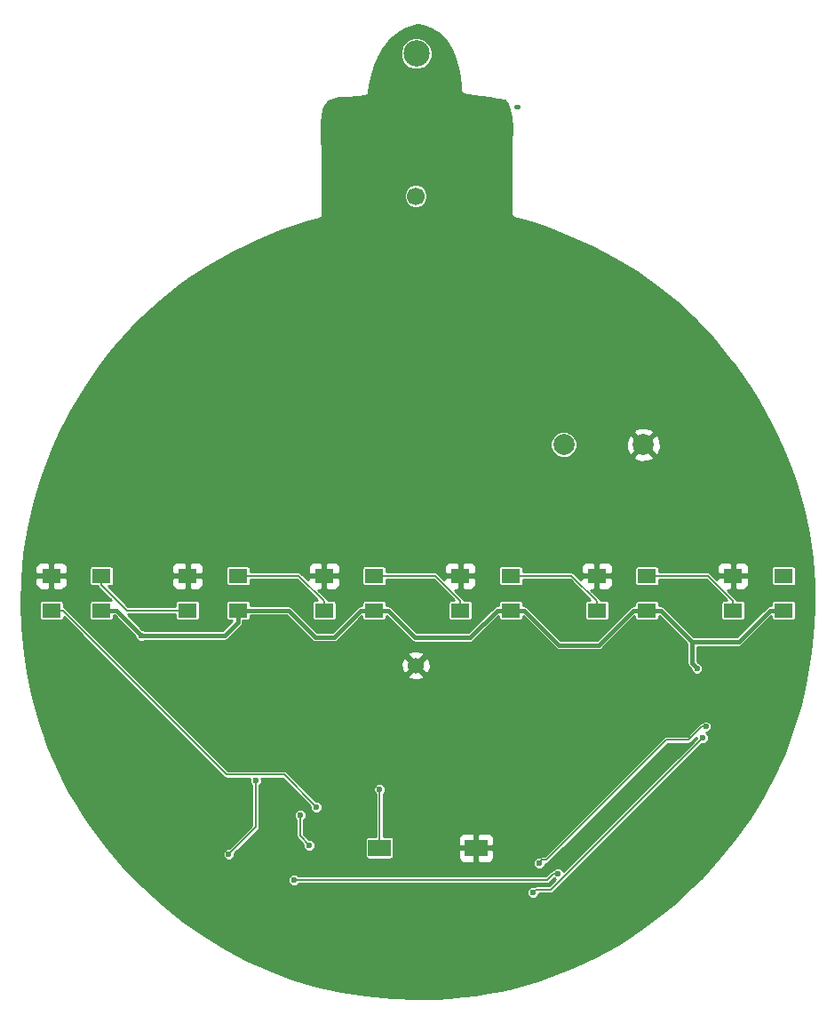
<source format=gbr>
G04 #@! TF.FileFunction,Copper,L1,Top,Signal*
%FSLAX46Y46*%
G04 Gerber Fmt 4.6, Leading zero omitted, Abs format (unit mm)*
G04 Created by KiCad (PCBNEW 4.0.4-stable) date 12/07/16 00:40:48*
%MOMM*%
%LPD*%
G01*
G04 APERTURE LIST*
%ADD10C,0.100000*%
%ADD11R,1.800000X1.400000*%
%ADD12C,2.000000*%
%ADD13R,2.180000X1.600000*%
%ADD14C,1.700000*%
%ADD15C,1.524000*%
%ADD16C,2.500000*%
%ADD17C,0.600000*%
%ADD18C,0.400000*%
%ADD19C,0.200000*%
%ADD20C,0.254000*%
G04 APERTURE END LIST*
D10*
D11*
X239450000Y-148975000D03*
X239450000Y-145675000D03*
X234650000Y-145675000D03*
X234650000Y-148975000D03*
X226450000Y-148975000D03*
X226450000Y-145675000D03*
X221650000Y-145675000D03*
X221650000Y-148975000D03*
X213450000Y-148975000D03*
X213450000Y-145675000D03*
X208650000Y-145675000D03*
X208650000Y-148975000D03*
X200450000Y-148975000D03*
X200450000Y-145675000D03*
X195650000Y-145675000D03*
X195650000Y-148975000D03*
X187450000Y-148975000D03*
X187450000Y-145675000D03*
X182650000Y-145675000D03*
X182650000Y-148975000D03*
D12*
X226099840Y-133175000D03*
X218500160Y-133175000D03*
D11*
X174450000Y-148975000D03*
X174450000Y-145675000D03*
X169650000Y-145675000D03*
X169650000Y-148975000D03*
D13*
X210152430Y-171577320D03*
X200947570Y-171572680D03*
D14*
X204400000Y-109500000D03*
D15*
X204400000Y-154200000D03*
D16*
X204450000Y-95925000D03*
D17*
X235125000Y-156950000D03*
X221675000Y-143850000D03*
X208600000Y-143750000D03*
X195725000Y-143725000D03*
X180600000Y-141850000D03*
X180575000Y-147375000D03*
X182575000Y-144000000D03*
X169625000Y-143875000D03*
X222425000Y-162350000D03*
X211075000Y-162325000D03*
X216250000Y-161625000D03*
X191725000Y-150625000D03*
X189900000Y-153500000D03*
X181425000Y-158425000D03*
X187250000Y-128450000D03*
X187225000Y-131750000D03*
X191575000Y-129025000D03*
X187000000Y-130000000D03*
X229550000Y-157175000D03*
X231200000Y-154475000D03*
X178250000Y-151350000D03*
X189150000Y-165150000D03*
X186575000Y-172175000D03*
X192800000Y-174650000D03*
X217950000Y-174025000D03*
X194925000Y-167700000D03*
X232050000Y-160025000D03*
X216150000Y-173025000D03*
X231725000Y-161075000D03*
X215550000Y-175850000D03*
X194250000Y-171325000D03*
X193375000Y-168475000D03*
X200950000Y-166000000D03*
D18*
X214125000Y-100975000D02*
X213925000Y-100975000D01*
D19*
X221650000Y-145675000D02*
X221650000Y-143875000D01*
X221650000Y-143875000D02*
X221675000Y-143850000D01*
X208650000Y-145675000D02*
X208650000Y-143800000D01*
X208650000Y-143800000D02*
X208600000Y-143750000D01*
X195650000Y-145675000D02*
X195650000Y-143800000D01*
X195650000Y-143800000D02*
X195725000Y-143725000D01*
X182650000Y-145675000D02*
X182650000Y-144075000D01*
X182650000Y-144075000D02*
X182575000Y-144000000D01*
X169650000Y-145675000D02*
X169650000Y-143900000D01*
X169650000Y-143900000D02*
X169625000Y-143875000D01*
D18*
X230725000Y-151950000D02*
X230725000Y-154000000D01*
X230725000Y-154000000D02*
X231200000Y-154475000D01*
X230725000Y-151950000D02*
X235175000Y-151950000D01*
X235175000Y-151950000D02*
X238150000Y-148975000D01*
X238150000Y-148975000D02*
X239450000Y-148975000D01*
X226450000Y-148975000D02*
X227750000Y-148975000D01*
X227750000Y-148975000D02*
X230725000Y-151950000D01*
X218025000Y-152250000D02*
X221875000Y-152250000D01*
X221875000Y-152250000D02*
X225150000Y-148975000D01*
X225150000Y-148975000D02*
X226450000Y-148975000D01*
X213450000Y-148975000D02*
X214750000Y-148975000D01*
X214750000Y-148975000D02*
X218025000Y-152250000D01*
X204300000Y-151525000D02*
X209600000Y-151525000D01*
X209600000Y-151525000D02*
X212150000Y-148975000D01*
X212150000Y-148975000D02*
X213450000Y-148975000D01*
X200450000Y-148975000D02*
X201750000Y-148975000D01*
X201750000Y-148975000D02*
X204300000Y-151525000D01*
X194800000Y-151500000D02*
X196625000Y-151500000D01*
X196625000Y-151500000D02*
X199150000Y-148975000D01*
X199150000Y-148975000D02*
X200450000Y-148975000D01*
X192275000Y-148975000D02*
X194800000Y-151500000D01*
X187450000Y-148975000D02*
X192275000Y-148975000D01*
X178250000Y-151350000D02*
X186175000Y-151350000D01*
X186175000Y-151350000D02*
X187450000Y-150075000D01*
X187450000Y-150075000D02*
X187450000Y-148975000D01*
X174450000Y-148975000D02*
X175875000Y-148975000D01*
X175875000Y-148975000D02*
X178250000Y-151350000D01*
D19*
X186575000Y-172175000D02*
X189150000Y-169600000D01*
X189150000Y-169600000D02*
X189150000Y-165150000D01*
X216925736Y-174625000D02*
X192825000Y-174625000D01*
X192825000Y-174625000D02*
X192800000Y-174650000D01*
X217950000Y-174025000D02*
X217525736Y-174025000D01*
X217525736Y-174025000D02*
X216925736Y-174625000D01*
X174450000Y-145675000D02*
X174450000Y-146575000D01*
X174450000Y-146575000D02*
X176850000Y-148975000D01*
X176850000Y-148975000D02*
X181550000Y-148975000D01*
X181550000Y-148975000D02*
X182650000Y-148975000D01*
X194925000Y-167700000D02*
X191824999Y-164599999D01*
X191824999Y-164599999D02*
X186374999Y-164599999D01*
X186374999Y-164599999D02*
X170750000Y-148975000D01*
X170750000Y-148975000D02*
X169650000Y-148975000D01*
X187450000Y-145675000D02*
X193250000Y-145675000D01*
X193250000Y-145675000D02*
X195650000Y-148075000D01*
X195650000Y-148075000D02*
X195650000Y-148975000D01*
X200450000Y-145675000D02*
X206250000Y-145675000D01*
X206250000Y-145675000D02*
X208650000Y-148075000D01*
X208650000Y-148075000D02*
X208650000Y-148975000D01*
X213450000Y-145675000D02*
X219250000Y-145675000D01*
X219250000Y-145675000D02*
X221650000Y-148075000D01*
X221650000Y-148075000D02*
X221650000Y-148975000D01*
X226450000Y-145675000D02*
X232250000Y-145675000D01*
X232250000Y-145675000D02*
X234650000Y-148075000D01*
X234650000Y-148075000D02*
X234650000Y-148975000D01*
X216849999Y-172725001D02*
X228300000Y-161275000D01*
X228300000Y-161275000D02*
X230425000Y-161275000D01*
X216449999Y-172725001D02*
X216849999Y-172725001D01*
X230425000Y-161275000D02*
X231675000Y-160025000D01*
X231675000Y-160025000D02*
X232050000Y-160025000D01*
X216150000Y-173025000D02*
X216449999Y-172725001D01*
X215849999Y-175550001D02*
X217249999Y-175550001D01*
X217249999Y-175550001D02*
X231050000Y-161750000D01*
X231050000Y-161750000D02*
X231725000Y-161075000D01*
X215550000Y-175850000D02*
X215849999Y-175550001D01*
X193375000Y-168475000D02*
X193375000Y-170450000D01*
X193375000Y-170450000D02*
X194250000Y-171325000D01*
X200947570Y-171572680D02*
X200947570Y-166002430D01*
X200947570Y-166002430D02*
X200950000Y-166000000D01*
D20*
G36*
X205078076Y-93304065D02*
X205782440Y-93563174D01*
X206529783Y-93986163D01*
X206885060Y-94270126D01*
X207352893Y-94814749D01*
X207773320Y-95531370D01*
X208136590Y-96447247D01*
X208423717Y-97580565D01*
X208611579Y-98937369D01*
X208649731Y-99475549D01*
X208655140Y-99495313D01*
X208655113Y-99515806D01*
X208671837Y-99556328D01*
X208683408Y-99598613D01*
X208695970Y-99614805D01*
X208703787Y-99633746D01*
X208734742Y-99664781D01*
X208761617Y-99699422D01*
X208779420Y-99709575D01*
X208793890Y-99724082D01*
X208834365Y-99740908D01*
X208872451Y-99762628D01*
X208892785Y-99765195D01*
X208911704Y-99773060D01*
X209870413Y-99965046D01*
X209883032Y-99965062D01*
X209895019Y-99969005D01*
X211407552Y-100153545D01*
X212213804Y-100271528D01*
X212850630Y-100421196D01*
X213101158Y-100750419D01*
X213319514Y-101264275D01*
X213462680Y-101966819D01*
X213519256Y-102960623D01*
X213486468Y-104543156D01*
X213486618Y-104543999D01*
X213486438Y-104544834D01*
X213474842Y-105288776D01*
X213475308Y-105291327D01*
X213474802Y-105293872D01*
X213474802Y-111221225D01*
X213478227Y-111238446D01*
X213476649Y-111255935D01*
X213490578Y-111300537D01*
X213499693Y-111346362D01*
X213509448Y-111360962D01*
X213514683Y-111377724D01*
X213544620Y-111413600D01*
X213570578Y-111452449D01*
X213585179Y-111462205D01*
X213596429Y-111475687D01*
X213637814Y-111497375D01*
X213676665Y-111523334D01*
X213693887Y-111526760D01*
X213709440Y-111534910D01*
X215073212Y-111936463D01*
X216396302Y-112367736D01*
X217664867Y-112822992D01*
X218899378Y-113308406D01*
X220086087Y-113817650D01*
X221240615Y-114356407D01*
X222353449Y-114919433D01*
X223435766Y-115511527D01*
X224481999Y-116129027D01*
X225496768Y-116773864D01*
X227443105Y-118151172D01*
X229279350Y-119643958D01*
X231017600Y-121260757D01*
X232666414Y-123010499D01*
X234235123Y-124906578D01*
X234789874Y-125639063D01*
X235546600Y-126696525D01*
X236283885Y-127799336D01*
X236962996Y-128889020D01*
X237617883Y-130019214D01*
X238216199Y-131133453D01*
X238786337Y-132283564D01*
X239302397Y-133416527D01*
X239787343Y-134581601D01*
X240221043Y-135729531D01*
X240621360Y-136906387D01*
X240973189Y-138066928D01*
X241289819Y-139253722D01*
X241560471Y-140425584D01*
X241794428Y-141621469D01*
X241984521Y-142804162D01*
X242136613Y-144009094D01*
X242246518Y-145202837D01*
X242317229Y-146417204D01*
X242346913Y-147622592D01*
X242336250Y-148847309D01*
X242285233Y-150065324D01*
X242192744Y-151300656D01*
X242010423Y-152916692D01*
X241586263Y-155488014D01*
X241023839Y-157940743D01*
X240326313Y-160285663D01*
X239495642Y-162531798D01*
X238532219Y-164687568D01*
X237434837Y-166760972D01*
X236200633Y-168759454D01*
X234825092Y-170689863D01*
X233301864Y-172558564D01*
X231622486Y-174371732D01*
X229921210Y-176004211D01*
X228912251Y-176893048D01*
X227861987Y-177761557D01*
X226838065Y-178554901D01*
X225777593Y-179323287D01*
X224737782Y-180026144D01*
X223663940Y-180701566D01*
X222606061Y-181318767D01*
X221516156Y-181906577D01*
X220438202Y-182441747D01*
X219329670Y-182945983D01*
X218229301Y-183401933D01*
X217099592Y-183825527D01*
X215974434Y-184204167D01*
X214820871Y-184549124D01*
X213668351Y-184851571D01*
X212488062Y-185119076D01*
X211305471Y-185345677D01*
X210095541Y-185536034D01*
X208879945Y-185686421D01*
X207637355Y-185799200D01*
X206385757Y-185872277D01*
X205105664Y-185906326D01*
X204661948Y-185908739D01*
X202108019Y-185830724D01*
X199639087Y-185600325D01*
X197245703Y-185221428D01*
X194922864Y-184696966D01*
X192665877Y-184028707D01*
X190470489Y-183217367D01*
X188332983Y-182262594D01*
X186250296Y-181163114D01*
X184220064Y-179916823D01*
X182240729Y-178520989D01*
X180309846Y-176971001D01*
X179308594Y-176087845D01*
X178322537Y-175162652D01*
X177923296Y-174764269D01*
X192222900Y-174764269D01*
X192310558Y-174976417D01*
X192472729Y-175138871D01*
X192684724Y-175226900D01*
X192914269Y-175227100D01*
X193126417Y-175139442D01*
X193264099Y-175002000D01*
X216925736Y-175002000D01*
X217070008Y-174973303D01*
X217192315Y-174891579D01*
X217596399Y-174487495D01*
X217622729Y-174513871D01*
X217714757Y-174552085D01*
X217093841Y-175173001D01*
X215849999Y-175173001D01*
X215705727Y-175201698D01*
X215668010Y-175226900D01*
X215598953Y-175273042D01*
X215435731Y-175272900D01*
X215223583Y-175360558D01*
X215061129Y-175522729D01*
X214973100Y-175734724D01*
X214972900Y-175964269D01*
X215060558Y-176176417D01*
X215222729Y-176338871D01*
X215434724Y-176426900D01*
X215664269Y-176427100D01*
X215876417Y-176339442D01*
X216038871Y-176177271D01*
X216126900Y-175965276D01*
X216126933Y-175927001D01*
X217249999Y-175927001D01*
X217394271Y-175898304D01*
X217516578Y-175816580D01*
X231316580Y-162016579D01*
X231316582Y-162016576D01*
X231681196Y-161651962D01*
X231839269Y-161652100D01*
X232051417Y-161564442D01*
X232213871Y-161402271D01*
X232301900Y-161190276D01*
X232302100Y-160960731D01*
X232214442Y-160748583D01*
X232068131Y-160602016D01*
X232164269Y-160602100D01*
X232376417Y-160514442D01*
X232538871Y-160352271D01*
X232626900Y-160140276D01*
X232627100Y-159910731D01*
X232539442Y-159698583D01*
X232377271Y-159536129D01*
X232165276Y-159448100D01*
X231935731Y-159447900D01*
X231723583Y-159535558D01*
X231595005Y-159663912D01*
X231530728Y-159676697D01*
X231408421Y-159758421D01*
X230268842Y-160898000D01*
X228300000Y-160898000D01*
X228155728Y-160926697D01*
X228033421Y-161008421D01*
X216693841Y-172348001D01*
X216449999Y-172348001D01*
X216305727Y-172376698D01*
X216256738Y-172409432D01*
X216198953Y-172448042D01*
X216035731Y-172447900D01*
X215823583Y-172535558D01*
X215661129Y-172697729D01*
X215573100Y-172909724D01*
X215572900Y-173139269D01*
X215660558Y-173351417D01*
X215822729Y-173513871D01*
X216034724Y-173601900D01*
X216264269Y-173602100D01*
X216476417Y-173514442D01*
X216638871Y-173352271D01*
X216726900Y-173140276D01*
X216726933Y-173102001D01*
X216849999Y-173102001D01*
X216994271Y-173073304D01*
X217116578Y-172991580D01*
X228456158Y-161652000D01*
X230425000Y-161652000D01*
X230569272Y-161623303D01*
X230691579Y-161541579D01*
X231147991Y-161085167D01*
X231147961Y-161118881D01*
X230783424Y-161483418D01*
X230783421Y-161483420D01*
X218477106Y-173789736D01*
X218439442Y-173698583D01*
X218277271Y-173536129D01*
X218065276Y-173448100D01*
X217835731Y-173447900D01*
X217623583Y-173535558D01*
X217507264Y-173651674D01*
X217381464Y-173676697D01*
X217259157Y-173758421D01*
X216769578Y-174248000D01*
X193213991Y-174248000D01*
X193127271Y-174161129D01*
X192915276Y-174073100D01*
X192685731Y-174072900D01*
X192473583Y-174160558D01*
X192311129Y-174322729D01*
X192223100Y-174534724D01*
X192222900Y-174764269D01*
X177923296Y-174764269D01*
X177364233Y-174206408D01*
X176476468Y-173263162D01*
X175617264Y-172289886D01*
X174819672Y-171325177D01*
X174051224Y-170331137D01*
X173337490Y-169341762D01*
X172653421Y-168323482D01*
X172018584Y-167306126D01*
X171414012Y-166260156D01*
X170854396Y-165211441D01*
X170325690Y-164134202D01*
X169838699Y-163050600D01*
X169383332Y-161938357D01*
X168967323Y-160816076D01*
X168583808Y-159664989D01*
X168238077Y-158500113D01*
X167925820Y-157305986D01*
X167650527Y-156094346D01*
X167410029Y-154853945D01*
X167136193Y-153089552D01*
X166886647Y-150629688D01*
X166798879Y-148275000D01*
X168467574Y-148275000D01*
X168467574Y-149675000D01*
X168486889Y-149777650D01*
X168547555Y-149871927D01*
X168640120Y-149935175D01*
X168750000Y-149957426D01*
X170550000Y-149957426D01*
X170652650Y-149938111D01*
X170746927Y-149877445D01*
X170810175Y-149784880D01*
X170832426Y-149675000D01*
X170832426Y-149590584D01*
X186108419Y-164866578D01*
X186229796Y-164947680D01*
X186230727Y-164948302D01*
X186374999Y-164976999D01*
X188597070Y-164976999D01*
X188573100Y-165034724D01*
X188572900Y-165264269D01*
X188660558Y-165476417D01*
X188773000Y-165589055D01*
X188773000Y-169443842D01*
X186618804Y-171598038D01*
X186460731Y-171597900D01*
X186248583Y-171685558D01*
X186086129Y-171847729D01*
X185998100Y-172059724D01*
X185997900Y-172289269D01*
X186085558Y-172501417D01*
X186247729Y-172663871D01*
X186459724Y-172751900D01*
X186689269Y-172752100D01*
X186901417Y-172664442D01*
X187063871Y-172502271D01*
X187151900Y-172290276D01*
X187152039Y-172131119D01*
X189416579Y-169866579D01*
X189498303Y-169744272D01*
X189527000Y-169600000D01*
X189527000Y-168589269D01*
X192797900Y-168589269D01*
X192885558Y-168801417D01*
X192998000Y-168914055D01*
X192998000Y-170450000D01*
X193026697Y-170594272D01*
X193108421Y-170716579D01*
X193673038Y-171281196D01*
X193672900Y-171439269D01*
X193760558Y-171651417D01*
X193922729Y-171813871D01*
X194134724Y-171901900D01*
X194364269Y-171902100D01*
X194576417Y-171814442D01*
X194738871Y-171652271D01*
X194826900Y-171440276D01*
X194827100Y-171210731D01*
X194739442Y-170998583D01*
X194577271Y-170836129D01*
X194424471Y-170772680D01*
X199575144Y-170772680D01*
X199575144Y-172372680D01*
X199594459Y-172475330D01*
X199655125Y-172569607D01*
X199747690Y-172632855D01*
X199857570Y-172655106D01*
X202037570Y-172655106D01*
X202140220Y-172635791D01*
X202234497Y-172575125D01*
X202297745Y-172482560D01*
X202319996Y-172372680D01*
X202319996Y-171863070D01*
X208427430Y-171863070D01*
X208427430Y-172503630D01*
X208524103Y-172737019D01*
X208702732Y-172915647D01*
X208936121Y-173012320D01*
X209866680Y-173012320D01*
X210025430Y-172853570D01*
X210025430Y-171704320D01*
X210279430Y-171704320D01*
X210279430Y-172853570D01*
X210438180Y-173012320D01*
X211368739Y-173012320D01*
X211602128Y-172915647D01*
X211780757Y-172737019D01*
X211877430Y-172503630D01*
X211877430Y-171863070D01*
X211718680Y-171704320D01*
X210279430Y-171704320D01*
X210025430Y-171704320D01*
X208586180Y-171704320D01*
X208427430Y-171863070D01*
X202319996Y-171863070D01*
X202319996Y-170772680D01*
X202300681Y-170670030D01*
X202288442Y-170651010D01*
X208427430Y-170651010D01*
X208427430Y-171291570D01*
X208586180Y-171450320D01*
X210025430Y-171450320D01*
X210025430Y-170301070D01*
X210279430Y-170301070D01*
X210279430Y-171450320D01*
X211718680Y-171450320D01*
X211877430Y-171291570D01*
X211877430Y-170651010D01*
X211780757Y-170417621D01*
X211602128Y-170238993D01*
X211368739Y-170142320D01*
X210438180Y-170142320D01*
X210279430Y-170301070D01*
X210025430Y-170301070D01*
X209866680Y-170142320D01*
X208936121Y-170142320D01*
X208702732Y-170238993D01*
X208524103Y-170417621D01*
X208427430Y-170651010D01*
X202288442Y-170651010D01*
X202240015Y-170575753D01*
X202147450Y-170512505D01*
X202037570Y-170490254D01*
X201324570Y-170490254D01*
X201324570Y-166441373D01*
X201438871Y-166327271D01*
X201526900Y-166115276D01*
X201527100Y-165885731D01*
X201439442Y-165673583D01*
X201277271Y-165511129D01*
X201065276Y-165423100D01*
X200835731Y-165422900D01*
X200623583Y-165510558D01*
X200461129Y-165672729D01*
X200373100Y-165884724D01*
X200372900Y-166114269D01*
X200460558Y-166326417D01*
X200570570Y-166436621D01*
X200570570Y-170490254D01*
X199857570Y-170490254D01*
X199754920Y-170509569D01*
X199660643Y-170570235D01*
X199597395Y-170662800D01*
X199575144Y-170772680D01*
X194424471Y-170772680D01*
X194365276Y-170748100D01*
X194206119Y-170747961D01*
X193752000Y-170293842D01*
X193752000Y-168913947D01*
X193863871Y-168802271D01*
X193951900Y-168590276D01*
X193952100Y-168360731D01*
X193864442Y-168148583D01*
X193702271Y-167986129D01*
X193490276Y-167898100D01*
X193260731Y-167897900D01*
X193048583Y-167985558D01*
X192886129Y-168147729D01*
X192798100Y-168359724D01*
X192797900Y-168589269D01*
X189527000Y-168589269D01*
X189527000Y-165588947D01*
X189638871Y-165477271D01*
X189726900Y-165265276D01*
X189727100Y-165035731D01*
X189702832Y-164976999D01*
X191668841Y-164976999D01*
X194348038Y-167656197D01*
X194347900Y-167814269D01*
X194435558Y-168026417D01*
X194597729Y-168188871D01*
X194809724Y-168276900D01*
X195039269Y-168277100D01*
X195251417Y-168189442D01*
X195413871Y-168027271D01*
X195501900Y-167815276D01*
X195502100Y-167585731D01*
X195414442Y-167373583D01*
X195252271Y-167211129D01*
X195040276Y-167123100D01*
X194881120Y-167122961D01*
X192091578Y-164333420D01*
X191969271Y-164251696D01*
X191824999Y-164222999D01*
X186531158Y-164222999D01*
X177488372Y-155180213D01*
X203599392Y-155180213D01*
X203668857Y-155422397D01*
X204192302Y-155609144D01*
X204747368Y-155581362D01*
X205131143Y-155422397D01*
X205200608Y-155180213D01*
X204400000Y-154379605D01*
X203599392Y-155180213D01*
X177488372Y-155180213D01*
X176300461Y-153992302D01*
X202990856Y-153992302D01*
X203018638Y-154547368D01*
X203177603Y-154931143D01*
X203419787Y-155000608D01*
X204220395Y-154200000D01*
X204579605Y-154200000D01*
X205380213Y-155000608D01*
X205622397Y-154931143D01*
X205809144Y-154407698D01*
X205781362Y-153852632D01*
X205622397Y-153468857D01*
X205380213Y-153399392D01*
X204579605Y-154200000D01*
X204220395Y-154200000D01*
X203419787Y-153399392D01*
X203177603Y-153468857D01*
X202990856Y-153992302D01*
X176300461Y-153992302D01*
X175527946Y-153219787D01*
X203599392Y-153219787D01*
X204400000Y-154020395D01*
X205200608Y-153219787D01*
X205131143Y-152977603D01*
X204607698Y-152790856D01*
X204052632Y-152818638D01*
X203668857Y-152977603D01*
X203599392Y-153219787D01*
X175527946Y-153219787D01*
X171016579Y-148708421D01*
X170894272Y-148626697D01*
X170832426Y-148614395D01*
X170832426Y-148275000D01*
X170813111Y-148172350D01*
X170752445Y-148078073D01*
X170659880Y-148014825D01*
X170550000Y-147992574D01*
X168750000Y-147992574D01*
X168647350Y-148011889D01*
X168553073Y-148072555D01*
X168489825Y-148165120D01*
X168467574Y-148275000D01*
X166798879Y-148275000D01*
X166796297Y-148205740D01*
X166857883Y-145960750D01*
X168115000Y-145960750D01*
X168115000Y-146501309D01*
X168211673Y-146734698D01*
X168390301Y-146913327D01*
X168623690Y-147010000D01*
X169364250Y-147010000D01*
X169523000Y-146851250D01*
X169523000Y-145802000D01*
X169777000Y-145802000D01*
X169777000Y-146851250D01*
X169935750Y-147010000D01*
X170676310Y-147010000D01*
X170909699Y-146913327D01*
X171088327Y-146734698D01*
X171185000Y-146501309D01*
X171185000Y-145960750D01*
X171026250Y-145802000D01*
X169777000Y-145802000D01*
X169523000Y-145802000D01*
X168273750Y-145802000D01*
X168115000Y-145960750D01*
X166857883Y-145960750D01*
X166861914Y-145813822D01*
X166951587Y-144848691D01*
X168115000Y-144848691D01*
X168115000Y-145389250D01*
X168273750Y-145548000D01*
X169523000Y-145548000D01*
X169523000Y-144498750D01*
X169777000Y-144498750D01*
X169777000Y-145548000D01*
X171026250Y-145548000D01*
X171185000Y-145389250D01*
X171185000Y-144975000D01*
X173267574Y-144975000D01*
X173267574Y-146375000D01*
X173286889Y-146477650D01*
X173347555Y-146571927D01*
X173440120Y-146635175D01*
X173550000Y-146657426D01*
X174089395Y-146657426D01*
X174101697Y-146719272D01*
X174183421Y-146841579D01*
X175334416Y-147992574D01*
X173550000Y-147992574D01*
X173447350Y-148011889D01*
X173353073Y-148072555D01*
X173289825Y-148165120D01*
X173267574Y-148275000D01*
X173267574Y-149675000D01*
X173286889Y-149777650D01*
X173347555Y-149871927D01*
X173440120Y-149935175D01*
X173550000Y-149957426D01*
X175350000Y-149957426D01*
X175452650Y-149938111D01*
X175546927Y-149877445D01*
X175610175Y-149784880D01*
X175632426Y-149675000D01*
X175632426Y-149452000D01*
X175677420Y-149452000D01*
X177672915Y-151447495D01*
X177672900Y-151464269D01*
X177760558Y-151676417D01*
X177922729Y-151838871D01*
X178134724Y-151926900D01*
X178364269Y-151927100D01*
X178576417Y-151839442D01*
X178588881Y-151827000D01*
X186175000Y-151827000D01*
X186357540Y-151790691D01*
X186512290Y-151687290D01*
X187787290Y-150412290D01*
X187890691Y-150257541D01*
X187927000Y-150075000D01*
X187927000Y-149957426D01*
X188350000Y-149957426D01*
X188452650Y-149938111D01*
X188546927Y-149877445D01*
X188610175Y-149784880D01*
X188632426Y-149675000D01*
X188632426Y-149452000D01*
X192077420Y-149452000D01*
X194462710Y-151837290D01*
X194617460Y-151940691D01*
X194800000Y-151977000D01*
X196625000Y-151977000D01*
X196807540Y-151940691D01*
X196962290Y-151837290D01*
X199267574Y-149532006D01*
X199267574Y-149675000D01*
X199286889Y-149777650D01*
X199347555Y-149871927D01*
X199440120Y-149935175D01*
X199550000Y-149957426D01*
X201350000Y-149957426D01*
X201452650Y-149938111D01*
X201546927Y-149877445D01*
X201610175Y-149784880D01*
X201632426Y-149675000D01*
X201632426Y-149532006D01*
X203962710Y-151862290D01*
X204117460Y-151965691D01*
X204300000Y-152002000D01*
X209600000Y-152002000D01*
X209782540Y-151965691D01*
X209937290Y-151862290D01*
X212267574Y-149532006D01*
X212267574Y-149675000D01*
X212286889Y-149777650D01*
X212347555Y-149871927D01*
X212440120Y-149935175D01*
X212550000Y-149957426D01*
X214350000Y-149957426D01*
X214452650Y-149938111D01*
X214546927Y-149877445D01*
X214610175Y-149784880D01*
X214632426Y-149675000D01*
X214632426Y-149532006D01*
X217687710Y-152587290D01*
X217842459Y-152690691D01*
X218025000Y-152727000D01*
X221875000Y-152727000D01*
X222057540Y-152690691D01*
X222212290Y-152587290D01*
X225267574Y-149532006D01*
X225267574Y-149675000D01*
X225286889Y-149777650D01*
X225347555Y-149871927D01*
X225440120Y-149935175D01*
X225550000Y-149957426D01*
X227350000Y-149957426D01*
X227452650Y-149938111D01*
X227546927Y-149877445D01*
X227610175Y-149784880D01*
X227632426Y-149675000D01*
X227632426Y-149532006D01*
X230248000Y-152147580D01*
X230248000Y-154000000D01*
X230284309Y-154182540D01*
X230387710Y-154337290D01*
X230622915Y-154572495D01*
X230622900Y-154589269D01*
X230710558Y-154801417D01*
X230872729Y-154963871D01*
X231084724Y-155051900D01*
X231314269Y-155052100D01*
X231526417Y-154964442D01*
X231688871Y-154802271D01*
X231776900Y-154590276D01*
X231777100Y-154360731D01*
X231689442Y-154148583D01*
X231527271Y-153986129D01*
X231315276Y-153898100D01*
X231297665Y-153898085D01*
X231202000Y-153802420D01*
X231202000Y-152427000D01*
X235175000Y-152427000D01*
X235357540Y-152390691D01*
X235512290Y-152287290D01*
X238267574Y-149532006D01*
X238267574Y-149675000D01*
X238286889Y-149777650D01*
X238347555Y-149871927D01*
X238440120Y-149935175D01*
X238550000Y-149957426D01*
X240350000Y-149957426D01*
X240452650Y-149938111D01*
X240546927Y-149877445D01*
X240610175Y-149784880D01*
X240632426Y-149675000D01*
X240632426Y-148275000D01*
X240613111Y-148172350D01*
X240552445Y-148078073D01*
X240459880Y-148014825D01*
X240350000Y-147992574D01*
X238550000Y-147992574D01*
X238447350Y-148011889D01*
X238353073Y-148072555D01*
X238289825Y-148165120D01*
X238267574Y-148275000D01*
X238267574Y-148498000D01*
X238150000Y-148498000D01*
X237967459Y-148534309D01*
X237812710Y-148637710D01*
X234977420Y-151473000D01*
X230922580Y-151473000D01*
X228087290Y-148637710D01*
X227932540Y-148534309D01*
X227750000Y-148498000D01*
X227632426Y-148498000D01*
X227632426Y-148275000D01*
X227613111Y-148172350D01*
X227552445Y-148078073D01*
X227459880Y-148014825D01*
X227350000Y-147992574D01*
X225550000Y-147992574D01*
X225447350Y-148011889D01*
X225353073Y-148072555D01*
X225289825Y-148165120D01*
X225267574Y-148275000D01*
X225267574Y-148498000D01*
X225150000Y-148498000D01*
X224967459Y-148534309D01*
X224812710Y-148637710D01*
X221677420Y-151773000D01*
X218222580Y-151773000D01*
X215087290Y-148637710D01*
X214932540Y-148534309D01*
X214750000Y-148498000D01*
X214632426Y-148498000D01*
X214632426Y-148275000D01*
X214613111Y-148172350D01*
X214552445Y-148078073D01*
X214459880Y-148014825D01*
X214350000Y-147992574D01*
X212550000Y-147992574D01*
X212447350Y-148011889D01*
X212353073Y-148072555D01*
X212289825Y-148165120D01*
X212267574Y-148275000D01*
X212267574Y-148498000D01*
X212150000Y-148498000D01*
X211967460Y-148534309D01*
X211812710Y-148637710D01*
X209402420Y-151048000D01*
X204497580Y-151048000D01*
X202087290Y-148637710D01*
X201932540Y-148534309D01*
X201750000Y-148498000D01*
X201632426Y-148498000D01*
X201632426Y-148275000D01*
X201613111Y-148172350D01*
X201552445Y-148078073D01*
X201459880Y-148014825D01*
X201350000Y-147992574D01*
X199550000Y-147992574D01*
X199447350Y-148011889D01*
X199353073Y-148072555D01*
X199289825Y-148165120D01*
X199267574Y-148275000D01*
X199267574Y-148498000D01*
X199150000Y-148498000D01*
X198967460Y-148534309D01*
X198812710Y-148637710D01*
X196427420Y-151023000D01*
X194997580Y-151023000D01*
X192612290Y-148637710D01*
X192457540Y-148534309D01*
X192275000Y-148498000D01*
X188632426Y-148498000D01*
X188632426Y-148275000D01*
X188613111Y-148172350D01*
X188552445Y-148078073D01*
X188459880Y-148014825D01*
X188350000Y-147992574D01*
X186550000Y-147992574D01*
X186447350Y-148011889D01*
X186353073Y-148072555D01*
X186289825Y-148165120D01*
X186267574Y-148275000D01*
X186267574Y-149675000D01*
X186286889Y-149777650D01*
X186347555Y-149871927D01*
X186440120Y-149935175D01*
X186550000Y-149957426D01*
X186892994Y-149957426D01*
X185977420Y-150873000D01*
X178589121Y-150873000D01*
X178577271Y-150861129D01*
X178365276Y-150773100D01*
X178347665Y-150773085D01*
X176926580Y-149352000D01*
X181467574Y-149352000D01*
X181467574Y-149675000D01*
X181486889Y-149777650D01*
X181547555Y-149871927D01*
X181640120Y-149935175D01*
X181750000Y-149957426D01*
X183550000Y-149957426D01*
X183652650Y-149938111D01*
X183746927Y-149877445D01*
X183810175Y-149784880D01*
X183832426Y-149675000D01*
X183832426Y-148275000D01*
X183813111Y-148172350D01*
X183752445Y-148078073D01*
X183659880Y-148014825D01*
X183550000Y-147992574D01*
X181750000Y-147992574D01*
X181647350Y-148011889D01*
X181553073Y-148072555D01*
X181489825Y-148165120D01*
X181467574Y-148275000D01*
X181467574Y-148598000D01*
X177006159Y-148598000D01*
X175065584Y-146657426D01*
X175350000Y-146657426D01*
X175452650Y-146638111D01*
X175546927Y-146577445D01*
X175610175Y-146484880D01*
X175632426Y-146375000D01*
X175632426Y-145960750D01*
X181115000Y-145960750D01*
X181115000Y-146501309D01*
X181211673Y-146734698D01*
X181390301Y-146913327D01*
X181623690Y-147010000D01*
X182364250Y-147010000D01*
X182523000Y-146851250D01*
X182523000Y-145802000D01*
X182777000Y-145802000D01*
X182777000Y-146851250D01*
X182935750Y-147010000D01*
X183676310Y-147010000D01*
X183909699Y-146913327D01*
X184088327Y-146734698D01*
X184185000Y-146501309D01*
X184185000Y-145960750D01*
X184026250Y-145802000D01*
X182777000Y-145802000D01*
X182523000Y-145802000D01*
X181273750Y-145802000D01*
X181115000Y-145960750D01*
X175632426Y-145960750D01*
X175632426Y-144975000D01*
X175613111Y-144872350D01*
X175597887Y-144848691D01*
X181115000Y-144848691D01*
X181115000Y-145389250D01*
X181273750Y-145548000D01*
X182523000Y-145548000D01*
X182523000Y-144498750D01*
X182777000Y-144498750D01*
X182777000Y-145548000D01*
X184026250Y-145548000D01*
X184185000Y-145389250D01*
X184185000Y-144975000D01*
X186267574Y-144975000D01*
X186267574Y-146375000D01*
X186286889Y-146477650D01*
X186347555Y-146571927D01*
X186440120Y-146635175D01*
X186550000Y-146657426D01*
X188350000Y-146657426D01*
X188452650Y-146638111D01*
X188546927Y-146577445D01*
X188610175Y-146484880D01*
X188632426Y-146375000D01*
X188632426Y-146052000D01*
X193093842Y-146052000D01*
X195034415Y-147992574D01*
X194750000Y-147992574D01*
X194647350Y-148011889D01*
X194553073Y-148072555D01*
X194489825Y-148165120D01*
X194467574Y-148275000D01*
X194467574Y-149675000D01*
X194486889Y-149777650D01*
X194547555Y-149871927D01*
X194640120Y-149935175D01*
X194750000Y-149957426D01*
X196550000Y-149957426D01*
X196652650Y-149938111D01*
X196746927Y-149877445D01*
X196810175Y-149784880D01*
X196832426Y-149675000D01*
X196832426Y-148275000D01*
X196813111Y-148172350D01*
X196752445Y-148078073D01*
X196659880Y-148014825D01*
X196550000Y-147992574D01*
X196010605Y-147992574D01*
X195998303Y-147930728D01*
X195964791Y-147880574D01*
X195916580Y-147808421D01*
X195118159Y-147010000D01*
X195364250Y-147010000D01*
X195523000Y-146851250D01*
X195523000Y-145802000D01*
X195777000Y-145802000D01*
X195777000Y-146851250D01*
X195935750Y-147010000D01*
X196676310Y-147010000D01*
X196909699Y-146913327D01*
X197088327Y-146734698D01*
X197185000Y-146501309D01*
X197185000Y-145960750D01*
X197026250Y-145802000D01*
X195777000Y-145802000D01*
X195523000Y-145802000D01*
X194273750Y-145802000D01*
X194115000Y-145960750D01*
X194115000Y-146006842D01*
X193516579Y-145408421D01*
X193394272Y-145326697D01*
X193250000Y-145298000D01*
X188632426Y-145298000D01*
X188632426Y-144975000D01*
X188613111Y-144872350D01*
X188597887Y-144848691D01*
X194115000Y-144848691D01*
X194115000Y-145389250D01*
X194273750Y-145548000D01*
X195523000Y-145548000D01*
X195523000Y-144498750D01*
X195777000Y-144498750D01*
X195777000Y-145548000D01*
X197026250Y-145548000D01*
X197185000Y-145389250D01*
X197185000Y-144975000D01*
X199267574Y-144975000D01*
X199267574Y-146375000D01*
X199286889Y-146477650D01*
X199347555Y-146571927D01*
X199440120Y-146635175D01*
X199550000Y-146657426D01*
X201350000Y-146657426D01*
X201452650Y-146638111D01*
X201546927Y-146577445D01*
X201610175Y-146484880D01*
X201632426Y-146375000D01*
X201632426Y-146052000D01*
X206093842Y-146052000D01*
X208034415Y-147992574D01*
X207750000Y-147992574D01*
X207647350Y-148011889D01*
X207553073Y-148072555D01*
X207489825Y-148165120D01*
X207467574Y-148275000D01*
X207467574Y-149675000D01*
X207486889Y-149777650D01*
X207547555Y-149871927D01*
X207640120Y-149935175D01*
X207750000Y-149957426D01*
X209550000Y-149957426D01*
X209652650Y-149938111D01*
X209746927Y-149877445D01*
X209810175Y-149784880D01*
X209832426Y-149675000D01*
X209832426Y-148275000D01*
X209813111Y-148172350D01*
X209752445Y-148078073D01*
X209659880Y-148014825D01*
X209550000Y-147992574D01*
X209010605Y-147992574D01*
X208998303Y-147930728D01*
X208964791Y-147880574D01*
X208916580Y-147808421D01*
X208118159Y-147010000D01*
X208364250Y-147010000D01*
X208523000Y-146851250D01*
X208523000Y-145802000D01*
X208777000Y-145802000D01*
X208777000Y-146851250D01*
X208935750Y-147010000D01*
X209676310Y-147010000D01*
X209909699Y-146913327D01*
X210088327Y-146734698D01*
X210185000Y-146501309D01*
X210185000Y-145960750D01*
X210026250Y-145802000D01*
X208777000Y-145802000D01*
X208523000Y-145802000D01*
X207273750Y-145802000D01*
X207115000Y-145960750D01*
X207115000Y-146006842D01*
X206516579Y-145408421D01*
X206394272Y-145326697D01*
X206250000Y-145298000D01*
X201632426Y-145298000D01*
X201632426Y-144975000D01*
X201613111Y-144872350D01*
X201597887Y-144848691D01*
X207115000Y-144848691D01*
X207115000Y-145389250D01*
X207273750Y-145548000D01*
X208523000Y-145548000D01*
X208523000Y-144498750D01*
X208777000Y-144498750D01*
X208777000Y-145548000D01*
X210026250Y-145548000D01*
X210185000Y-145389250D01*
X210185000Y-144975000D01*
X212267574Y-144975000D01*
X212267574Y-146375000D01*
X212286889Y-146477650D01*
X212347555Y-146571927D01*
X212440120Y-146635175D01*
X212550000Y-146657426D01*
X214350000Y-146657426D01*
X214452650Y-146638111D01*
X214546927Y-146577445D01*
X214610175Y-146484880D01*
X214632426Y-146375000D01*
X214632426Y-146052000D01*
X219093842Y-146052000D01*
X221034415Y-147992574D01*
X220750000Y-147992574D01*
X220647350Y-148011889D01*
X220553073Y-148072555D01*
X220489825Y-148165120D01*
X220467574Y-148275000D01*
X220467574Y-149675000D01*
X220486889Y-149777650D01*
X220547555Y-149871927D01*
X220640120Y-149935175D01*
X220750000Y-149957426D01*
X222550000Y-149957426D01*
X222652650Y-149938111D01*
X222746927Y-149877445D01*
X222810175Y-149784880D01*
X222832426Y-149675000D01*
X222832426Y-148275000D01*
X222813111Y-148172350D01*
X222752445Y-148078073D01*
X222659880Y-148014825D01*
X222550000Y-147992574D01*
X222010605Y-147992574D01*
X221998303Y-147930728D01*
X221964791Y-147880574D01*
X221916580Y-147808421D01*
X221118159Y-147010000D01*
X221364250Y-147010000D01*
X221523000Y-146851250D01*
X221523000Y-145802000D01*
X221777000Y-145802000D01*
X221777000Y-146851250D01*
X221935750Y-147010000D01*
X222676310Y-147010000D01*
X222909699Y-146913327D01*
X223088327Y-146734698D01*
X223185000Y-146501309D01*
X223185000Y-145960750D01*
X223026250Y-145802000D01*
X221777000Y-145802000D01*
X221523000Y-145802000D01*
X220273750Y-145802000D01*
X220115000Y-145960750D01*
X220115000Y-146006842D01*
X219516579Y-145408421D01*
X219394272Y-145326697D01*
X219250000Y-145298000D01*
X214632426Y-145298000D01*
X214632426Y-144975000D01*
X214613111Y-144872350D01*
X214597887Y-144848691D01*
X220115000Y-144848691D01*
X220115000Y-145389250D01*
X220273750Y-145548000D01*
X221523000Y-145548000D01*
X221523000Y-144498750D01*
X221777000Y-144498750D01*
X221777000Y-145548000D01*
X223026250Y-145548000D01*
X223185000Y-145389250D01*
X223185000Y-144975000D01*
X225267574Y-144975000D01*
X225267574Y-146375000D01*
X225286889Y-146477650D01*
X225347555Y-146571927D01*
X225440120Y-146635175D01*
X225550000Y-146657426D01*
X227350000Y-146657426D01*
X227452650Y-146638111D01*
X227546927Y-146577445D01*
X227610175Y-146484880D01*
X227632426Y-146375000D01*
X227632426Y-146052000D01*
X232093842Y-146052000D01*
X234034415Y-147992574D01*
X233750000Y-147992574D01*
X233647350Y-148011889D01*
X233553073Y-148072555D01*
X233489825Y-148165120D01*
X233467574Y-148275000D01*
X233467574Y-149675000D01*
X233486889Y-149777650D01*
X233547555Y-149871927D01*
X233640120Y-149935175D01*
X233750000Y-149957426D01*
X235550000Y-149957426D01*
X235652650Y-149938111D01*
X235746927Y-149877445D01*
X235810175Y-149784880D01*
X235832426Y-149675000D01*
X235832426Y-148275000D01*
X235813111Y-148172350D01*
X235752445Y-148078073D01*
X235659880Y-148014825D01*
X235550000Y-147992574D01*
X235010605Y-147992574D01*
X234998303Y-147930728D01*
X234964791Y-147880574D01*
X234916580Y-147808421D01*
X234118159Y-147010000D01*
X234364250Y-147010000D01*
X234523000Y-146851250D01*
X234523000Y-145802000D01*
X234777000Y-145802000D01*
X234777000Y-146851250D01*
X234935750Y-147010000D01*
X235676310Y-147010000D01*
X235909699Y-146913327D01*
X236088327Y-146734698D01*
X236185000Y-146501309D01*
X236185000Y-145960750D01*
X236026250Y-145802000D01*
X234777000Y-145802000D01*
X234523000Y-145802000D01*
X233273750Y-145802000D01*
X233115000Y-145960750D01*
X233115000Y-146006842D01*
X232516579Y-145408421D01*
X232394272Y-145326697D01*
X232250000Y-145298000D01*
X227632426Y-145298000D01*
X227632426Y-144975000D01*
X227613111Y-144872350D01*
X227597887Y-144848691D01*
X233115000Y-144848691D01*
X233115000Y-145389250D01*
X233273750Y-145548000D01*
X234523000Y-145548000D01*
X234523000Y-144498750D01*
X234777000Y-144498750D01*
X234777000Y-145548000D01*
X236026250Y-145548000D01*
X236185000Y-145389250D01*
X236185000Y-144975000D01*
X238267574Y-144975000D01*
X238267574Y-146375000D01*
X238286889Y-146477650D01*
X238347555Y-146571927D01*
X238440120Y-146635175D01*
X238550000Y-146657426D01*
X240350000Y-146657426D01*
X240452650Y-146638111D01*
X240546927Y-146577445D01*
X240610175Y-146484880D01*
X240632426Y-146375000D01*
X240632426Y-144975000D01*
X240613111Y-144872350D01*
X240552445Y-144778073D01*
X240459880Y-144714825D01*
X240350000Y-144692574D01*
X238550000Y-144692574D01*
X238447350Y-144711889D01*
X238353073Y-144772555D01*
X238289825Y-144865120D01*
X238267574Y-144975000D01*
X236185000Y-144975000D01*
X236185000Y-144848691D01*
X236088327Y-144615302D01*
X235909699Y-144436673D01*
X235676310Y-144340000D01*
X234935750Y-144340000D01*
X234777000Y-144498750D01*
X234523000Y-144498750D01*
X234364250Y-144340000D01*
X233623690Y-144340000D01*
X233390301Y-144436673D01*
X233211673Y-144615302D01*
X233115000Y-144848691D01*
X227597887Y-144848691D01*
X227552445Y-144778073D01*
X227459880Y-144714825D01*
X227350000Y-144692574D01*
X225550000Y-144692574D01*
X225447350Y-144711889D01*
X225353073Y-144772555D01*
X225289825Y-144865120D01*
X225267574Y-144975000D01*
X223185000Y-144975000D01*
X223185000Y-144848691D01*
X223088327Y-144615302D01*
X222909699Y-144436673D01*
X222676310Y-144340000D01*
X221935750Y-144340000D01*
X221777000Y-144498750D01*
X221523000Y-144498750D01*
X221364250Y-144340000D01*
X220623690Y-144340000D01*
X220390301Y-144436673D01*
X220211673Y-144615302D01*
X220115000Y-144848691D01*
X214597887Y-144848691D01*
X214552445Y-144778073D01*
X214459880Y-144714825D01*
X214350000Y-144692574D01*
X212550000Y-144692574D01*
X212447350Y-144711889D01*
X212353073Y-144772555D01*
X212289825Y-144865120D01*
X212267574Y-144975000D01*
X210185000Y-144975000D01*
X210185000Y-144848691D01*
X210088327Y-144615302D01*
X209909699Y-144436673D01*
X209676310Y-144340000D01*
X208935750Y-144340000D01*
X208777000Y-144498750D01*
X208523000Y-144498750D01*
X208364250Y-144340000D01*
X207623690Y-144340000D01*
X207390301Y-144436673D01*
X207211673Y-144615302D01*
X207115000Y-144848691D01*
X201597887Y-144848691D01*
X201552445Y-144778073D01*
X201459880Y-144714825D01*
X201350000Y-144692574D01*
X199550000Y-144692574D01*
X199447350Y-144711889D01*
X199353073Y-144772555D01*
X199289825Y-144865120D01*
X199267574Y-144975000D01*
X197185000Y-144975000D01*
X197185000Y-144848691D01*
X197088327Y-144615302D01*
X196909699Y-144436673D01*
X196676310Y-144340000D01*
X195935750Y-144340000D01*
X195777000Y-144498750D01*
X195523000Y-144498750D01*
X195364250Y-144340000D01*
X194623690Y-144340000D01*
X194390301Y-144436673D01*
X194211673Y-144615302D01*
X194115000Y-144848691D01*
X188597887Y-144848691D01*
X188552445Y-144778073D01*
X188459880Y-144714825D01*
X188350000Y-144692574D01*
X186550000Y-144692574D01*
X186447350Y-144711889D01*
X186353073Y-144772555D01*
X186289825Y-144865120D01*
X186267574Y-144975000D01*
X184185000Y-144975000D01*
X184185000Y-144848691D01*
X184088327Y-144615302D01*
X183909699Y-144436673D01*
X183676310Y-144340000D01*
X182935750Y-144340000D01*
X182777000Y-144498750D01*
X182523000Y-144498750D01*
X182364250Y-144340000D01*
X181623690Y-144340000D01*
X181390301Y-144436673D01*
X181211673Y-144615302D01*
X181115000Y-144848691D01*
X175597887Y-144848691D01*
X175552445Y-144778073D01*
X175459880Y-144714825D01*
X175350000Y-144692574D01*
X173550000Y-144692574D01*
X173447350Y-144711889D01*
X173353073Y-144772555D01*
X173289825Y-144865120D01*
X173267574Y-144975000D01*
X171185000Y-144975000D01*
X171185000Y-144848691D01*
X171088327Y-144615302D01*
X170909699Y-144436673D01*
X170676310Y-144340000D01*
X169935750Y-144340000D01*
X169777000Y-144498750D01*
X169523000Y-144498750D01*
X169364250Y-144340000D01*
X168623690Y-144340000D01*
X168390301Y-144436673D01*
X168211673Y-144615302D01*
X168115000Y-144848691D01*
X166951587Y-144848691D01*
X167081359Y-143452009D01*
X167453277Y-141119010D01*
X167977007Y-138814129D01*
X168652357Y-136537808D01*
X169479339Y-134291684D01*
X169861291Y-133427897D01*
X217222939Y-133427897D01*
X217416941Y-133897417D01*
X217775853Y-134256957D01*
X218245035Y-134451778D01*
X218753057Y-134452221D01*
X219054826Y-134327532D01*
X225126913Y-134327532D01*
X225225576Y-134594387D01*
X225835301Y-134820908D01*
X226485300Y-134796856D01*
X226974104Y-134594387D01*
X227072767Y-134327532D01*
X226099840Y-133354605D01*
X225126913Y-134327532D01*
X219054826Y-134327532D01*
X219222577Y-134258219D01*
X219582117Y-133899307D01*
X219776938Y-133430125D01*
X219777381Y-132922103D01*
X219772571Y-132910461D01*
X224453932Y-132910461D01*
X224477984Y-133560460D01*
X224680453Y-134049264D01*
X224947308Y-134147927D01*
X225920235Y-133175000D01*
X226279445Y-133175000D01*
X227252372Y-134147927D01*
X227519227Y-134049264D01*
X227745748Y-133439539D01*
X227721696Y-132789540D01*
X227519227Y-132300736D01*
X227252372Y-132202073D01*
X226279445Y-133175000D01*
X225920235Y-133175000D01*
X224947308Y-132202073D01*
X224680453Y-132300736D01*
X224453932Y-132910461D01*
X219772571Y-132910461D01*
X219583379Y-132452583D01*
X219224467Y-132093043D01*
X219054504Y-132022468D01*
X225126913Y-132022468D01*
X226099840Y-132995395D01*
X227072767Y-132022468D01*
X226974104Y-131755613D01*
X226364379Y-131529092D01*
X225714380Y-131553144D01*
X225225576Y-131755613D01*
X225126913Y-132022468D01*
X219054504Y-132022468D01*
X218755285Y-131898222D01*
X218247263Y-131897779D01*
X217777743Y-132091781D01*
X217418203Y-132450693D01*
X217223382Y-132919875D01*
X217222939Y-133427897D01*
X169861291Y-133427897D01*
X170457749Y-132079008D01*
X171586624Y-129905097D01*
X172863390Y-127777952D01*
X174273985Y-125720847D01*
X175026744Y-124724042D01*
X175807209Y-123757226D01*
X176601923Y-122836211D01*
X177423138Y-121945846D01*
X178261042Y-121096133D01*
X179125747Y-120276191D01*
X180010065Y-119492502D01*
X180921584Y-118738040D01*
X181856208Y-118016112D01*
X182816372Y-117324647D01*
X184825891Y-116025030D01*
X186953779Y-114839142D01*
X189213999Y-113762686D01*
X191619675Y-112794447D01*
X194187725Y-111934024D01*
X195266654Y-111619757D01*
X195282654Y-111611432D01*
X195300344Y-111607913D01*
X195338804Y-111582215D01*
X195379837Y-111560864D01*
X195391433Y-111547049D01*
X195406431Y-111537028D01*
X195432131Y-111498565D01*
X195461868Y-111463139D01*
X195467295Y-111445939D01*
X195477316Y-111430941D01*
X195486340Y-111385572D01*
X195500257Y-111341462D01*
X195498688Y-111323494D01*
X195502207Y-111305804D01*
X195502207Y-109723191D01*
X203272805Y-109723191D01*
X203444019Y-110137560D01*
X203760772Y-110454867D01*
X204174842Y-110626804D01*
X204623191Y-110627195D01*
X205037560Y-110455981D01*
X205354867Y-110139228D01*
X205526804Y-109725158D01*
X205527195Y-109276809D01*
X205355981Y-108862440D01*
X205039228Y-108545133D01*
X204625158Y-108373196D01*
X204176809Y-108372805D01*
X203762440Y-108544019D01*
X203445133Y-108860772D01*
X203273196Y-109274842D01*
X203272805Y-109723191D01*
X195502207Y-109723191D01*
X195502207Y-105379199D01*
X195501324Y-105374762D01*
X195502086Y-105370302D01*
X195458112Y-103754651D01*
X195456449Y-102406946D01*
X195510029Y-101813627D01*
X195618926Y-101290411D01*
X195718317Y-101014246D01*
X195845565Y-100778219D01*
X195968131Y-100621563D01*
X196114392Y-100491149D01*
X196512182Y-100288614D01*
X197053530Y-100164502D01*
X197922231Y-100102341D01*
X198738986Y-100062360D01*
X198752410Y-100059000D01*
X198766221Y-100059882D01*
X199621087Y-99945884D01*
X199638803Y-99939837D01*
X199657498Y-99938908D01*
X199698694Y-99919395D01*
X199741836Y-99904670D01*
X199755889Y-99892304D01*
X199772807Y-99884291D01*
X199803401Y-99850497D01*
X199837622Y-99820385D01*
X199845873Y-99803583D01*
X199858437Y-99789705D01*
X199873770Y-99746776D01*
X199893863Y-99705859D01*
X199895056Y-99687178D01*
X199901352Y-99669550D01*
X200009258Y-98939253D01*
X200152619Y-98245043D01*
X200323165Y-97613436D01*
X200527305Y-97012002D01*
X200751493Y-96473129D01*
X200874740Y-96227407D01*
X202922735Y-96227407D01*
X203154717Y-96788846D01*
X203583894Y-97218773D01*
X204144928Y-97451735D01*
X204752407Y-97452265D01*
X205313846Y-97220283D01*
X205743773Y-96791106D01*
X205976735Y-96230072D01*
X205977265Y-95622593D01*
X205745283Y-95061154D01*
X205316106Y-94631227D01*
X204755072Y-94398265D01*
X204147593Y-94397735D01*
X203586154Y-94629717D01*
X203156227Y-95058894D01*
X202923265Y-95619928D01*
X202922735Y-96227407D01*
X200874740Y-96227407D01*
X201006009Y-95965692D01*
X201274703Y-95516632D01*
X201570772Y-95099215D01*
X201877386Y-94733627D01*
X202209113Y-94399284D01*
X202550568Y-94109654D01*
X202915846Y-93850900D01*
X203292842Y-93630834D01*
X203691439Y-93442783D01*
X204222545Y-93254290D01*
X204559829Y-93219030D01*
X205078076Y-93304065D01*
X205078076Y-93304065D01*
G37*
X205078076Y-93304065D02*
X205782440Y-93563174D01*
X206529783Y-93986163D01*
X206885060Y-94270126D01*
X207352893Y-94814749D01*
X207773320Y-95531370D01*
X208136590Y-96447247D01*
X208423717Y-97580565D01*
X208611579Y-98937369D01*
X208649731Y-99475549D01*
X208655140Y-99495313D01*
X208655113Y-99515806D01*
X208671837Y-99556328D01*
X208683408Y-99598613D01*
X208695970Y-99614805D01*
X208703787Y-99633746D01*
X208734742Y-99664781D01*
X208761617Y-99699422D01*
X208779420Y-99709575D01*
X208793890Y-99724082D01*
X208834365Y-99740908D01*
X208872451Y-99762628D01*
X208892785Y-99765195D01*
X208911704Y-99773060D01*
X209870413Y-99965046D01*
X209883032Y-99965062D01*
X209895019Y-99969005D01*
X211407552Y-100153545D01*
X212213804Y-100271528D01*
X212850630Y-100421196D01*
X213101158Y-100750419D01*
X213319514Y-101264275D01*
X213462680Y-101966819D01*
X213519256Y-102960623D01*
X213486468Y-104543156D01*
X213486618Y-104543999D01*
X213486438Y-104544834D01*
X213474842Y-105288776D01*
X213475308Y-105291327D01*
X213474802Y-105293872D01*
X213474802Y-111221225D01*
X213478227Y-111238446D01*
X213476649Y-111255935D01*
X213490578Y-111300537D01*
X213499693Y-111346362D01*
X213509448Y-111360962D01*
X213514683Y-111377724D01*
X213544620Y-111413600D01*
X213570578Y-111452449D01*
X213585179Y-111462205D01*
X213596429Y-111475687D01*
X213637814Y-111497375D01*
X213676665Y-111523334D01*
X213693887Y-111526760D01*
X213709440Y-111534910D01*
X215073212Y-111936463D01*
X216396302Y-112367736D01*
X217664867Y-112822992D01*
X218899378Y-113308406D01*
X220086087Y-113817650D01*
X221240615Y-114356407D01*
X222353449Y-114919433D01*
X223435766Y-115511527D01*
X224481999Y-116129027D01*
X225496768Y-116773864D01*
X227443105Y-118151172D01*
X229279350Y-119643958D01*
X231017600Y-121260757D01*
X232666414Y-123010499D01*
X234235123Y-124906578D01*
X234789874Y-125639063D01*
X235546600Y-126696525D01*
X236283885Y-127799336D01*
X236962996Y-128889020D01*
X237617883Y-130019214D01*
X238216199Y-131133453D01*
X238786337Y-132283564D01*
X239302397Y-133416527D01*
X239787343Y-134581601D01*
X240221043Y-135729531D01*
X240621360Y-136906387D01*
X240973189Y-138066928D01*
X241289819Y-139253722D01*
X241560471Y-140425584D01*
X241794428Y-141621469D01*
X241984521Y-142804162D01*
X242136613Y-144009094D01*
X242246518Y-145202837D01*
X242317229Y-146417204D01*
X242346913Y-147622592D01*
X242336250Y-148847309D01*
X242285233Y-150065324D01*
X242192744Y-151300656D01*
X242010423Y-152916692D01*
X241586263Y-155488014D01*
X241023839Y-157940743D01*
X240326313Y-160285663D01*
X239495642Y-162531798D01*
X238532219Y-164687568D01*
X237434837Y-166760972D01*
X236200633Y-168759454D01*
X234825092Y-170689863D01*
X233301864Y-172558564D01*
X231622486Y-174371732D01*
X229921210Y-176004211D01*
X228912251Y-176893048D01*
X227861987Y-177761557D01*
X226838065Y-178554901D01*
X225777593Y-179323287D01*
X224737782Y-180026144D01*
X223663940Y-180701566D01*
X222606061Y-181318767D01*
X221516156Y-181906577D01*
X220438202Y-182441747D01*
X219329670Y-182945983D01*
X218229301Y-183401933D01*
X217099592Y-183825527D01*
X215974434Y-184204167D01*
X214820871Y-184549124D01*
X213668351Y-184851571D01*
X212488062Y-185119076D01*
X211305471Y-185345677D01*
X210095541Y-185536034D01*
X208879945Y-185686421D01*
X207637355Y-185799200D01*
X206385757Y-185872277D01*
X205105664Y-185906326D01*
X204661948Y-185908739D01*
X202108019Y-185830724D01*
X199639087Y-185600325D01*
X197245703Y-185221428D01*
X194922864Y-184696966D01*
X192665877Y-184028707D01*
X190470489Y-183217367D01*
X188332983Y-182262594D01*
X186250296Y-181163114D01*
X184220064Y-179916823D01*
X182240729Y-178520989D01*
X180309846Y-176971001D01*
X179308594Y-176087845D01*
X178322537Y-175162652D01*
X177923296Y-174764269D01*
X192222900Y-174764269D01*
X192310558Y-174976417D01*
X192472729Y-175138871D01*
X192684724Y-175226900D01*
X192914269Y-175227100D01*
X193126417Y-175139442D01*
X193264099Y-175002000D01*
X216925736Y-175002000D01*
X217070008Y-174973303D01*
X217192315Y-174891579D01*
X217596399Y-174487495D01*
X217622729Y-174513871D01*
X217714757Y-174552085D01*
X217093841Y-175173001D01*
X215849999Y-175173001D01*
X215705727Y-175201698D01*
X215668010Y-175226900D01*
X215598953Y-175273042D01*
X215435731Y-175272900D01*
X215223583Y-175360558D01*
X215061129Y-175522729D01*
X214973100Y-175734724D01*
X214972900Y-175964269D01*
X215060558Y-176176417D01*
X215222729Y-176338871D01*
X215434724Y-176426900D01*
X215664269Y-176427100D01*
X215876417Y-176339442D01*
X216038871Y-176177271D01*
X216126900Y-175965276D01*
X216126933Y-175927001D01*
X217249999Y-175927001D01*
X217394271Y-175898304D01*
X217516578Y-175816580D01*
X231316580Y-162016579D01*
X231316582Y-162016576D01*
X231681196Y-161651962D01*
X231839269Y-161652100D01*
X232051417Y-161564442D01*
X232213871Y-161402271D01*
X232301900Y-161190276D01*
X232302100Y-160960731D01*
X232214442Y-160748583D01*
X232068131Y-160602016D01*
X232164269Y-160602100D01*
X232376417Y-160514442D01*
X232538871Y-160352271D01*
X232626900Y-160140276D01*
X232627100Y-159910731D01*
X232539442Y-159698583D01*
X232377271Y-159536129D01*
X232165276Y-159448100D01*
X231935731Y-159447900D01*
X231723583Y-159535558D01*
X231595005Y-159663912D01*
X231530728Y-159676697D01*
X231408421Y-159758421D01*
X230268842Y-160898000D01*
X228300000Y-160898000D01*
X228155728Y-160926697D01*
X228033421Y-161008421D01*
X216693841Y-172348001D01*
X216449999Y-172348001D01*
X216305727Y-172376698D01*
X216256738Y-172409432D01*
X216198953Y-172448042D01*
X216035731Y-172447900D01*
X215823583Y-172535558D01*
X215661129Y-172697729D01*
X215573100Y-172909724D01*
X215572900Y-173139269D01*
X215660558Y-173351417D01*
X215822729Y-173513871D01*
X216034724Y-173601900D01*
X216264269Y-173602100D01*
X216476417Y-173514442D01*
X216638871Y-173352271D01*
X216726900Y-173140276D01*
X216726933Y-173102001D01*
X216849999Y-173102001D01*
X216994271Y-173073304D01*
X217116578Y-172991580D01*
X228456158Y-161652000D01*
X230425000Y-161652000D01*
X230569272Y-161623303D01*
X230691579Y-161541579D01*
X231147991Y-161085167D01*
X231147961Y-161118881D01*
X230783424Y-161483418D01*
X230783421Y-161483420D01*
X218477106Y-173789736D01*
X218439442Y-173698583D01*
X218277271Y-173536129D01*
X218065276Y-173448100D01*
X217835731Y-173447900D01*
X217623583Y-173535558D01*
X217507264Y-173651674D01*
X217381464Y-173676697D01*
X217259157Y-173758421D01*
X216769578Y-174248000D01*
X193213991Y-174248000D01*
X193127271Y-174161129D01*
X192915276Y-174073100D01*
X192685731Y-174072900D01*
X192473583Y-174160558D01*
X192311129Y-174322729D01*
X192223100Y-174534724D01*
X192222900Y-174764269D01*
X177923296Y-174764269D01*
X177364233Y-174206408D01*
X176476468Y-173263162D01*
X175617264Y-172289886D01*
X174819672Y-171325177D01*
X174051224Y-170331137D01*
X173337490Y-169341762D01*
X172653421Y-168323482D01*
X172018584Y-167306126D01*
X171414012Y-166260156D01*
X170854396Y-165211441D01*
X170325690Y-164134202D01*
X169838699Y-163050600D01*
X169383332Y-161938357D01*
X168967323Y-160816076D01*
X168583808Y-159664989D01*
X168238077Y-158500113D01*
X167925820Y-157305986D01*
X167650527Y-156094346D01*
X167410029Y-154853945D01*
X167136193Y-153089552D01*
X166886647Y-150629688D01*
X166798879Y-148275000D01*
X168467574Y-148275000D01*
X168467574Y-149675000D01*
X168486889Y-149777650D01*
X168547555Y-149871927D01*
X168640120Y-149935175D01*
X168750000Y-149957426D01*
X170550000Y-149957426D01*
X170652650Y-149938111D01*
X170746927Y-149877445D01*
X170810175Y-149784880D01*
X170832426Y-149675000D01*
X170832426Y-149590584D01*
X186108419Y-164866578D01*
X186229796Y-164947680D01*
X186230727Y-164948302D01*
X186374999Y-164976999D01*
X188597070Y-164976999D01*
X188573100Y-165034724D01*
X188572900Y-165264269D01*
X188660558Y-165476417D01*
X188773000Y-165589055D01*
X188773000Y-169443842D01*
X186618804Y-171598038D01*
X186460731Y-171597900D01*
X186248583Y-171685558D01*
X186086129Y-171847729D01*
X185998100Y-172059724D01*
X185997900Y-172289269D01*
X186085558Y-172501417D01*
X186247729Y-172663871D01*
X186459724Y-172751900D01*
X186689269Y-172752100D01*
X186901417Y-172664442D01*
X187063871Y-172502271D01*
X187151900Y-172290276D01*
X187152039Y-172131119D01*
X189416579Y-169866579D01*
X189498303Y-169744272D01*
X189527000Y-169600000D01*
X189527000Y-168589269D01*
X192797900Y-168589269D01*
X192885558Y-168801417D01*
X192998000Y-168914055D01*
X192998000Y-170450000D01*
X193026697Y-170594272D01*
X193108421Y-170716579D01*
X193673038Y-171281196D01*
X193672900Y-171439269D01*
X193760558Y-171651417D01*
X193922729Y-171813871D01*
X194134724Y-171901900D01*
X194364269Y-171902100D01*
X194576417Y-171814442D01*
X194738871Y-171652271D01*
X194826900Y-171440276D01*
X194827100Y-171210731D01*
X194739442Y-170998583D01*
X194577271Y-170836129D01*
X194424471Y-170772680D01*
X199575144Y-170772680D01*
X199575144Y-172372680D01*
X199594459Y-172475330D01*
X199655125Y-172569607D01*
X199747690Y-172632855D01*
X199857570Y-172655106D01*
X202037570Y-172655106D01*
X202140220Y-172635791D01*
X202234497Y-172575125D01*
X202297745Y-172482560D01*
X202319996Y-172372680D01*
X202319996Y-171863070D01*
X208427430Y-171863070D01*
X208427430Y-172503630D01*
X208524103Y-172737019D01*
X208702732Y-172915647D01*
X208936121Y-173012320D01*
X209866680Y-173012320D01*
X210025430Y-172853570D01*
X210025430Y-171704320D01*
X210279430Y-171704320D01*
X210279430Y-172853570D01*
X210438180Y-173012320D01*
X211368739Y-173012320D01*
X211602128Y-172915647D01*
X211780757Y-172737019D01*
X211877430Y-172503630D01*
X211877430Y-171863070D01*
X211718680Y-171704320D01*
X210279430Y-171704320D01*
X210025430Y-171704320D01*
X208586180Y-171704320D01*
X208427430Y-171863070D01*
X202319996Y-171863070D01*
X202319996Y-170772680D01*
X202300681Y-170670030D01*
X202288442Y-170651010D01*
X208427430Y-170651010D01*
X208427430Y-171291570D01*
X208586180Y-171450320D01*
X210025430Y-171450320D01*
X210025430Y-170301070D01*
X210279430Y-170301070D01*
X210279430Y-171450320D01*
X211718680Y-171450320D01*
X211877430Y-171291570D01*
X211877430Y-170651010D01*
X211780757Y-170417621D01*
X211602128Y-170238993D01*
X211368739Y-170142320D01*
X210438180Y-170142320D01*
X210279430Y-170301070D01*
X210025430Y-170301070D01*
X209866680Y-170142320D01*
X208936121Y-170142320D01*
X208702732Y-170238993D01*
X208524103Y-170417621D01*
X208427430Y-170651010D01*
X202288442Y-170651010D01*
X202240015Y-170575753D01*
X202147450Y-170512505D01*
X202037570Y-170490254D01*
X201324570Y-170490254D01*
X201324570Y-166441373D01*
X201438871Y-166327271D01*
X201526900Y-166115276D01*
X201527100Y-165885731D01*
X201439442Y-165673583D01*
X201277271Y-165511129D01*
X201065276Y-165423100D01*
X200835731Y-165422900D01*
X200623583Y-165510558D01*
X200461129Y-165672729D01*
X200373100Y-165884724D01*
X200372900Y-166114269D01*
X200460558Y-166326417D01*
X200570570Y-166436621D01*
X200570570Y-170490254D01*
X199857570Y-170490254D01*
X199754920Y-170509569D01*
X199660643Y-170570235D01*
X199597395Y-170662800D01*
X199575144Y-170772680D01*
X194424471Y-170772680D01*
X194365276Y-170748100D01*
X194206119Y-170747961D01*
X193752000Y-170293842D01*
X193752000Y-168913947D01*
X193863871Y-168802271D01*
X193951900Y-168590276D01*
X193952100Y-168360731D01*
X193864442Y-168148583D01*
X193702271Y-167986129D01*
X193490276Y-167898100D01*
X193260731Y-167897900D01*
X193048583Y-167985558D01*
X192886129Y-168147729D01*
X192798100Y-168359724D01*
X192797900Y-168589269D01*
X189527000Y-168589269D01*
X189527000Y-165588947D01*
X189638871Y-165477271D01*
X189726900Y-165265276D01*
X189727100Y-165035731D01*
X189702832Y-164976999D01*
X191668841Y-164976999D01*
X194348038Y-167656197D01*
X194347900Y-167814269D01*
X194435558Y-168026417D01*
X194597729Y-168188871D01*
X194809724Y-168276900D01*
X195039269Y-168277100D01*
X195251417Y-168189442D01*
X195413871Y-168027271D01*
X195501900Y-167815276D01*
X195502100Y-167585731D01*
X195414442Y-167373583D01*
X195252271Y-167211129D01*
X195040276Y-167123100D01*
X194881120Y-167122961D01*
X192091578Y-164333420D01*
X191969271Y-164251696D01*
X191824999Y-164222999D01*
X186531158Y-164222999D01*
X177488372Y-155180213D01*
X203599392Y-155180213D01*
X203668857Y-155422397D01*
X204192302Y-155609144D01*
X204747368Y-155581362D01*
X205131143Y-155422397D01*
X205200608Y-155180213D01*
X204400000Y-154379605D01*
X203599392Y-155180213D01*
X177488372Y-155180213D01*
X176300461Y-153992302D01*
X202990856Y-153992302D01*
X203018638Y-154547368D01*
X203177603Y-154931143D01*
X203419787Y-155000608D01*
X204220395Y-154200000D01*
X204579605Y-154200000D01*
X205380213Y-155000608D01*
X205622397Y-154931143D01*
X205809144Y-154407698D01*
X205781362Y-153852632D01*
X205622397Y-153468857D01*
X205380213Y-153399392D01*
X204579605Y-154200000D01*
X204220395Y-154200000D01*
X203419787Y-153399392D01*
X203177603Y-153468857D01*
X202990856Y-153992302D01*
X176300461Y-153992302D01*
X175527946Y-153219787D01*
X203599392Y-153219787D01*
X204400000Y-154020395D01*
X205200608Y-153219787D01*
X205131143Y-152977603D01*
X204607698Y-152790856D01*
X204052632Y-152818638D01*
X203668857Y-152977603D01*
X203599392Y-153219787D01*
X175527946Y-153219787D01*
X171016579Y-148708421D01*
X170894272Y-148626697D01*
X170832426Y-148614395D01*
X170832426Y-148275000D01*
X170813111Y-148172350D01*
X170752445Y-148078073D01*
X170659880Y-148014825D01*
X170550000Y-147992574D01*
X168750000Y-147992574D01*
X168647350Y-148011889D01*
X168553073Y-148072555D01*
X168489825Y-148165120D01*
X168467574Y-148275000D01*
X166798879Y-148275000D01*
X166796297Y-148205740D01*
X166857883Y-145960750D01*
X168115000Y-145960750D01*
X168115000Y-146501309D01*
X168211673Y-146734698D01*
X168390301Y-146913327D01*
X168623690Y-147010000D01*
X169364250Y-147010000D01*
X169523000Y-146851250D01*
X169523000Y-145802000D01*
X169777000Y-145802000D01*
X169777000Y-146851250D01*
X169935750Y-147010000D01*
X170676310Y-147010000D01*
X170909699Y-146913327D01*
X171088327Y-146734698D01*
X171185000Y-146501309D01*
X171185000Y-145960750D01*
X171026250Y-145802000D01*
X169777000Y-145802000D01*
X169523000Y-145802000D01*
X168273750Y-145802000D01*
X168115000Y-145960750D01*
X166857883Y-145960750D01*
X166861914Y-145813822D01*
X166951587Y-144848691D01*
X168115000Y-144848691D01*
X168115000Y-145389250D01*
X168273750Y-145548000D01*
X169523000Y-145548000D01*
X169523000Y-144498750D01*
X169777000Y-144498750D01*
X169777000Y-145548000D01*
X171026250Y-145548000D01*
X171185000Y-145389250D01*
X171185000Y-144975000D01*
X173267574Y-144975000D01*
X173267574Y-146375000D01*
X173286889Y-146477650D01*
X173347555Y-146571927D01*
X173440120Y-146635175D01*
X173550000Y-146657426D01*
X174089395Y-146657426D01*
X174101697Y-146719272D01*
X174183421Y-146841579D01*
X175334416Y-147992574D01*
X173550000Y-147992574D01*
X173447350Y-148011889D01*
X173353073Y-148072555D01*
X173289825Y-148165120D01*
X173267574Y-148275000D01*
X173267574Y-149675000D01*
X173286889Y-149777650D01*
X173347555Y-149871927D01*
X173440120Y-149935175D01*
X173550000Y-149957426D01*
X175350000Y-149957426D01*
X175452650Y-149938111D01*
X175546927Y-149877445D01*
X175610175Y-149784880D01*
X175632426Y-149675000D01*
X175632426Y-149452000D01*
X175677420Y-149452000D01*
X177672915Y-151447495D01*
X177672900Y-151464269D01*
X177760558Y-151676417D01*
X177922729Y-151838871D01*
X178134724Y-151926900D01*
X178364269Y-151927100D01*
X178576417Y-151839442D01*
X178588881Y-151827000D01*
X186175000Y-151827000D01*
X186357540Y-151790691D01*
X186512290Y-151687290D01*
X187787290Y-150412290D01*
X187890691Y-150257541D01*
X187927000Y-150075000D01*
X187927000Y-149957426D01*
X188350000Y-149957426D01*
X188452650Y-149938111D01*
X188546927Y-149877445D01*
X188610175Y-149784880D01*
X188632426Y-149675000D01*
X188632426Y-149452000D01*
X192077420Y-149452000D01*
X194462710Y-151837290D01*
X194617460Y-151940691D01*
X194800000Y-151977000D01*
X196625000Y-151977000D01*
X196807540Y-151940691D01*
X196962290Y-151837290D01*
X199267574Y-149532006D01*
X199267574Y-149675000D01*
X199286889Y-149777650D01*
X199347555Y-149871927D01*
X199440120Y-149935175D01*
X199550000Y-149957426D01*
X201350000Y-149957426D01*
X201452650Y-149938111D01*
X201546927Y-149877445D01*
X201610175Y-149784880D01*
X201632426Y-149675000D01*
X201632426Y-149532006D01*
X203962710Y-151862290D01*
X204117460Y-151965691D01*
X204300000Y-152002000D01*
X209600000Y-152002000D01*
X209782540Y-151965691D01*
X209937290Y-151862290D01*
X212267574Y-149532006D01*
X212267574Y-149675000D01*
X212286889Y-149777650D01*
X212347555Y-149871927D01*
X212440120Y-149935175D01*
X212550000Y-149957426D01*
X214350000Y-149957426D01*
X214452650Y-149938111D01*
X214546927Y-149877445D01*
X214610175Y-149784880D01*
X214632426Y-149675000D01*
X214632426Y-149532006D01*
X217687710Y-152587290D01*
X217842459Y-152690691D01*
X218025000Y-152727000D01*
X221875000Y-152727000D01*
X222057540Y-152690691D01*
X222212290Y-152587290D01*
X225267574Y-149532006D01*
X225267574Y-149675000D01*
X225286889Y-149777650D01*
X225347555Y-149871927D01*
X225440120Y-149935175D01*
X225550000Y-149957426D01*
X227350000Y-149957426D01*
X227452650Y-149938111D01*
X227546927Y-149877445D01*
X227610175Y-149784880D01*
X227632426Y-149675000D01*
X227632426Y-149532006D01*
X230248000Y-152147580D01*
X230248000Y-154000000D01*
X230284309Y-154182540D01*
X230387710Y-154337290D01*
X230622915Y-154572495D01*
X230622900Y-154589269D01*
X230710558Y-154801417D01*
X230872729Y-154963871D01*
X231084724Y-155051900D01*
X231314269Y-155052100D01*
X231526417Y-154964442D01*
X231688871Y-154802271D01*
X231776900Y-154590276D01*
X231777100Y-154360731D01*
X231689442Y-154148583D01*
X231527271Y-153986129D01*
X231315276Y-153898100D01*
X231297665Y-153898085D01*
X231202000Y-153802420D01*
X231202000Y-152427000D01*
X235175000Y-152427000D01*
X235357540Y-152390691D01*
X235512290Y-152287290D01*
X238267574Y-149532006D01*
X238267574Y-149675000D01*
X238286889Y-149777650D01*
X238347555Y-149871927D01*
X238440120Y-149935175D01*
X238550000Y-149957426D01*
X240350000Y-149957426D01*
X240452650Y-149938111D01*
X240546927Y-149877445D01*
X240610175Y-149784880D01*
X240632426Y-149675000D01*
X240632426Y-148275000D01*
X240613111Y-148172350D01*
X240552445Y-148078073D01*
X240459880Y-148014825D01*
X240350000Y-147992574D01*
X238550000Y-147992574D01*
X238447350Y-148011889D01*
X238353073Y-148072555D01*
X238289825Y-148165120D01*
X238267574Y-148275000D01*
X238267574Y-148498000D01*
X238150000Y-148498000D01*
X237967459Y-148534309D01*
X237812710Y-148637710D01*
X234977420Y-151473000D01*
X230922580Y-151473000D01*
X228087290Y-148637710D01*
X227932540Y-148534309D01*
X227750000Y-148498000D01*
X227632426Y-148498000D01*
X227632426Y-148275000D01*
X227613111Y-148172350D01*
X227552445Y-148078073D01*
X227459880Y-148014825D01*
X227350000Y-147992574D01*
X225550000Y-147992574D01*
X225447350Y-148011889D01*
X225353073Y-148072555D01*
X225289825Y-148165120D01*
X225267574Y-148275000D01*
X225267574Y-148498000D01*
X225150000Y-148498000D01*
X224967459Y-148534309D01*
X224812710Y-148637710D01*
X221677420Y-151773000D01*
X218222580Y-151773000D01*
X215087290Y-148637710D01*
X214932540Y-148534309D01*
X214750000Y-148498000D01*
X214632426Y-148498000D01*
X214632426Y-148275000D01*
X214613111Y-148172350D01*
X214552445Y-148078073D01*
X214459880Y-148014825D01*
X214350000Y-147992574D01*
X212550000Y-147992574D01*
X212447350Y-148011889D01*
X212353073Y-148072555D01*
X212289825Y-148165120D01*
X212267574Y-148275000D01*
X212267574Y-148498000D01*
X212150000Y-148498000D01*
X211967460Y-148534309D01*
X211812710Y-148637710D01*
X209402420Y-151048000D01*
X204497580Y-151048000D01*
X202087290Y-148637710D01*
X201932540Y-148534309D01*
X201750000Y-148498000D01*
X201632426Y-148498000D01*
X201632426Y-148275000D01*
X201613111Y-148172350D01*
X201552445Y-148078073D01*
X201459880Y-148014825D01*
X201350000Y-147992574D01*
X199550000Y-147992574D01*
X199447350Y-148011889D01*
X199353073Y-148072555D01*
X199289825Y-148165120D01*
X199267574Y-148275000D01*
X199267574Y-148498000D01*
X199150000Y-148498000D01*
X198967460Y-148534309D01*
X198812710Y-148637710D01*
X196427420Y-151023000D01*
X194997580Y-151023000D01*
X192612290Y-148637710D01*
X192457540Y-148534309D01*
X192275000Y-148498000D01*
X188632426Y-148498000D01*
X188632426Y-148275000D01*
X188613111Y-148172350D01*
X188552445Y-148078073D01*
X188459880Y-148014825D01*
X188350000Y-147992574D01*
X186550000Y-147992574D01*
X186447350Y-148011889D01*
X186353073Y-148072555D01*
X186289825Y-148165120D01*
X186267574Y-148275000D01*
X186267574Y-149675000D01*
X186286889Y-149777650D01*
X186347555Y-149871927D01*
X186440120Y-149935175D01*
X186550000Y-149957426D01*
X186892994Y-149957426D01*
X185977420Y-150873000D01*
X178589121Y-150873000D01*
X178577271Y-150861129D01*
X178365276Y-150773100D01*
X178347665Y-150773085D01*
X176926580Y-149352000D01*
X181467574Y-149352000D01*
X181467574Y-149675000D01*
X181486889Y-149777650D01*
X181547555Y-149871927D01*
X181640120Y-149935175D01*
X181750000Y-149957426D01*
X183550000Y-149957426D01*
X183652650Y-149938111D01*
X183746927Y-149877445D01*
X183810175Y-149784880D01*
X183832426Y-149675000D01*
X183832426Y-148275000D01*
X183813111Y-148172350D01*
X183752445Y-148078073D01*
X183659880Y-148014825D01*
X183550000Y-147992574D01*
X181750000Y-147992574D01*
X181647350Y-148011889D01*
X181553073Y-148072555D01*
X181489825Y-148165120D01*
X181467574Y-148275000D01*
X181467574Y-148598000D01*
X177006159Y-148598000D01*
X175065584Y-146657426D01*
X175350000Y-146657426D01*
X175452650Y-146638111D01*
X175546927Y-146577445D01*
X175610175Y-146484880D01*
X175632426Y-146375000D01*
X175632426Y-145960750D01*
X181115000Y-145960750D01*
X181115000Y-146501309D01*
X181211673Y-146734698D01*
X181390301Y-146913327D01*
X181623690Y-147010000D01*
X182364250Y-147010000D01*
X182523000Y-146851250D01*
X182523000Y-145802000D01*
X182777000Y-145802000D01*
X182777000Y-146851250D01*
X182935750Y-147010000D01*
X183676310Y-147010000D01*
X183909699Y-146913327D01*
X184088327Y-146734698D01*
X184185000Y-146501309D01*
X184185000Y-145960750D01*
X184026250Y-145802000D01*
X182777000Y-145802000D01*
X182523000Y-145802000D01*
X181273750Y-145802000D01*
X181115000Y-145960750D01*
X175632426Y-145960750D01*
X175632426Y-144975000D01*
X175613111Y-144872350D01*
X175597887Y-144848691D01*
X181115000Y-144848691D01*
X181115000Y-145389250D01*
X181273750Y-145548000D01*
X182523000Y-145548000D01*
X182523000Y-144498750D01*
X182777000Y-144498750D01*
X182777000Y-145548000D01*
X184026250Y-145548000D01*
X184185000Y-145389250D01*
X184185000Y-144975000D01*
X186267574Y-144975000D01*
X186267574Y-146375000D01*
X186286889Y-146477650D01*
X186347555Y-146571927D01*
X186440120Y-146635175D01*
X186550000Y-146657426D01*
X188350000Y-146657426D01*
X188452650Y-146638111D01*
X188546927Y-146577445D01*
X188610175Y-146484880D01*
X188632426Y-146375000D01*
X188632426Y-146052000D01*
X193093842Y-146052000D01*
X195034415Y-147992574D01*
X194750000Y-147992574D01*
X194647350Y-148011889D01*
X194553073Y-148072555D01*
X194489825Y-148165120D01*
X194467574Y-148275000D01*
X194467574Y-149675000D01*
X194486889Y-149777650D01*
X194547555Y-149871927D01*
X194640120Y-149935175D01*
X194750000Y-149957426D01*
X196550000Y-149957426D01*
X196652650Y-149938111D01*
X196746927Y-149877445D01*
X196810175Y-149784880D01*
X196832426Y-149675000D01*
X196832426Y-148275000D01*
X196813111Y-148172350D01*
X196752445Y-148078073D01*
X196659880Y-148014825D01*
X196550000Y-147992574D01*
X196010605Y-147992574D01*
X195998303Y-147930728D01*
X195964791Y-147880574D01*
X195916580Y-147808421D01*
X195118159Y-147010000D01*
X195364250Y-147010000D01*
X195523000Y-146851250D01*
X195523000Y-145802000D01*
X195777000Y-145802000D01*
X195777000Y-146851250D01*
X195935750Y-147010000D01*
X196676310Y-147010000D01*
X196909699Y-146913327D01*
X197088327Y-146734698D01*
X197185000Y-146501309D01*
X197185000Y-145960750D01*
X197026250Y-145802000D01*
X195777000Y-145802000D01*
X195523000Y-145802000D01*
X194273750Y-145802000D01*
X194115000Y-145960750D01*
X194115000Y-146006842D01*
X193516579Y-145408421D01*
X193394272Y-145326697D01*
X193250000Y-145298000D01*
X188632426Y-145298000D01*
X188632426Y-144975000D01*
X188613111Y-144872350D01*
X188597887Y-144848691D01*
X194115000Y-144848691D01*
X194115000Y-145389250D01*
X194273750Y-145548000D01*
X195523000Y-145548000D01*
X195523000Y-144498750D01*
X195777000Y-144498750D01*
X195777000Y-145548000D01*
X197026250Y-145548000D01*
X197185000Y-145389250D01*
X197185000Y-144975000D01*
X199267574Y-144975000D01*
X199267574Y-146375000D01*
X199286889Y-146477650D01*
X199347555Y-146571927D01*
X199440120Y-146635175D01*
X199550000Y-146657426D01*
X201350000Y-146657426D01*
X201452650Y-146638111D01*
X201546927Y-146577445D01*
X201610175Y-146484880D01*
X201632426Y-146375000D01*
X201632426Y-146052000D01*
X206093842Y-146052000D01*
X208034415Y-147992574D01*
X207750000Y-147992574D01*
X207647350Y-148011889D01*
X207553073Y-148072555D01*
X207489825Y-148165120D01*
X207467574Y-148275000D01*
X207467574Y-149675000D01*
X207486889Y-149777650D01*
X207547555Y-149871927D01*
X207640120Y-149935175D01*
X207750000Y-149957426D01*
X209550000Y-149957426D01*
X209652650Y-149938111D01*
X209746927Y-149877445D01*
X209810175Y-149784880D01*
X209832426Y-149675000D01*
X209832426Y-148275000D01*
X209813111Y-148172350D01*
X209752445Y-148078073D01*
X209659880Y-148014825D01*
X209550000Y-147992574D01*
X209010605Y-147992574D01*
X208998303Y-147930728D01*
X208964791Y-147880574D01*
X208916580Y-147808421D01*
X208118159Y-147010000D01*
X208364250Y-147010000D01*
X208523000Y-146851250D01*
X208523000Y-145802000D01*
X208777000Y-145802000D01*
X208777000Y-146851250D01*
X208935750Y-147010000D01*
X209676310Y-147010000D01*
X209909699Y-146913327D01*
X210088327Y-146734698D01*
X210185000Y-146501309D01*
X210185000Y-145960750D01*
X210026250Y-145802000D01*
X208777000Y-145802000D01*
X208523000Y-145802000D01*
X207273750Y-145802000D01*
X207115000Y-145960750D01*
X207115000Y-146006842D01*
X206516579Y-145408421D01*
X206394272Y-145326697D01*
X206250000Y-145298000D01*
X201632426Y-145298000D01*
X201632426Y-144975000D01*
X201613111Y-144872350D01*
X201597887Y-144848691D01*
X207115000Y-144848691D01*
X207115000Y-145389250D01*
X207273750Y-145548000D01*
X208523000Y-145548000D01*
X208523000Y-144498750D01*
X208777000Y-144498750D01*
X208777000Y-145548000D01*
X210026250Y-145548000D01*
X210185000Y-145389250D01*
X210185000Y-144975000D01*
X212267574Y-144975000D01*
X212267574Y-146375000D01*
X212286889Y-146477650D01*
X212347555Y-146571927D01*
X212440120Y-146635175D01*
X212550000Y-146657426D01*
X214350000Y-146657426D01*
X214452650Y-146638111D01*
X214546927Y-146577445D01*
X214610175Y-146484880D01*
X214632426Y-146375000D01*
X214632426Y-146052000D01*
X219093842Y-146052000D01*
X221034415Y-147992574D01*
X220750000Y-147992574D01*
X220647350Y-148011889D01*
X220553073Y-148072555D01*
X220489825Y-148165120D01*
X220467574Y-148275000D01*
X220467574Y-149675000D01*
X220486889Y-149777650D01*
X220547555Y-149871927D01*
X220640120Y-149935175D01*
X220750000Y-149957426D01*
X222550000Y-149957426D01*
X222652650Y-149938111D01*
X222746927Y-149877445D01*
X222810175Y-149784880D01*
X222832426Y-149675000D01*
X222832426Y-148275000D01*
X222813111Y-148172350D01*
X222752445Y-148078073D01*
X222659880Y-148014825D01*
X222550000Y-147992574D01*
X222010605Y-147992574D01*
X221998303Y-147930728D01*
X221964791Y-147880574D01*
X221916580Y-147808421D01*
X221118159Y-147010000D01*
X221364250Y-147010000D01*
X221523000Y-146851250D01*
X221523000Y-145802000D01*
X221777000Y-145802000D01*
X221777000Y-146851250D01*
X221935750Y-147010000D01*
X222676310Y-147010000D01*
X222909699Y-146913327D01*
X223088327Y-146734698D01*
X223185000Y-146501309D01*
X223185000Y-145960750D01*
X223026250Y-145802000D01*
X221777000Y-145802000D01*
X221523000Y-145802000D01*
X220273750Y-145802000D01*
X220115000Y-145960750D01*
X220115000Y-146006842D01*
X219516579Y-145408421D01*
X219394272Y-145326697D01*
X219250000Y-145298000D01*
X214632426Y-145298000D01*
X214632426Y-144975000D01*
X214613111Y-144872350D01*
X214597887Y-144848691D01*
X220115000Y-144848691D01*
X220115000Y-145389250D01*
X220273750Y-145548000D01*
X221523000Y-145548000D01*
X221523000Y-144498750D01*
X221777000Y-144498750D01*
X221777000Y-145548000D01*
X223026250Y-145548000D01*
X223185000Y-145389250D01*
X223185000Y-144975000D01*
X225267574Y-144975000D01*
X225267574Y-146375000D01*
X225286889Y-146477650D01*
X225347555Y-146571927D01*
X225440120Y-146635175D01*
X225550000Y-146657426D01*
X227350000Y-146657426D01*
X227452650Y-146638111D01*
X227546927Y-146577445D01*
X227610175Y-146484880D01*
X227632426Y-146375000D01*
X227632426Y-146052000D01*
X232093842Y-146052000D01*
X234034415Y-147992574D01*
X233750000Y-147992574D01*
X233647350Y-148011889D01*
X233553073Y-148072555D01*
X233489825Y-148165120D01*
X233467574Y-148275000D01*
X233467574Y-149675000D01*
X233486889Y-149777650D01*
X233547555Y-149871927D01*
X233640120Y-149935175D01*
X233750000Y-149957426D01*
X235550000Y-149957426D01*
X235652650Y-149938111D01*
X235746927Y-149877445D01*
X235810175Y-149784880D01*
X235832426Y-149675000D01*
X235832426Y-148275000D01*
X235813111Y-148172350D01*
X235752445Y-148078073D01*
X235659880Y-148014825D01*
X235550000Y-147992574D01*
X235010605Y-147992574D01*
X234998303Y-147930728D01*
X234964791Y-147880574D01*
X234916580Y-147808421D01*
X234118159Y-147010000D01*
X234364250Y-147010000D01*
X234523000Y-146851250D01*
X234523000Y-145802000D01*
X234777000Y-145802000D01*
X234777000Y-146851250D01*
X234935750Y-147010000D01*
X235676310Y-147010000D01*
X235909699Y-146913327D01*
X236088327Y-146734698D01*
X236185000Y-146501309D01*
X236185000Y-145960750D01*
X236026250Y-145802000D01*
X234777000Y-145802000D01*
X234523000Y-145802000D01*
X233273750Y-145802000D01*
X233115000Y-145960750D01*
X233115000Y-146006842D01*
X232516579Y-145408421D01*
X232394272Y-145326697D01*
X232250000Y-145298000D01*
X227632426Y-145298000D01*
X227632426Y-144975000D01*
X227613111Y-144872350D01*
X227597887Y-144848691D01*
X233115000Y-144848691D01*
X233115000Y-145389250D01*
X233273750Y-145548000D01*
X234523000Y-145548000D01*
X234523000Y-144498750D01*
X234777000Y-144498750D01*
X234777000Y-145548000D01*
X236026250Y-145548000D01*
X236185000Y-145389250D01*
X236185000Y-144975000D01*
X238267574Y-144975000D01*
X238267574Y-146375000D01*
X238286889Y-146477650D01*
X238347555Y-146571927D01*
X238440120Y-146635175D01*
X238550000Y-146657426D01*
X240350000Y-146657426D01*
X240452650Y-146638111D01*
X240546927Y-146577445D01*
X240610175Y-146484880D01*
X240632426Y-146375000D01*
X240632426Y-144975000D01*
X240613111Y-144872350D01*
X240552445Y-144778073D01*
X240459880Y-144714825D01*
X240350000Y-144692574D01*
X238550000Y-144692574D01*
X238447350Y-144711889D01*
X238353073Y-144772555D01*
X238289825Y-144865120D01*
X238267574Y-144975000D01*
X236185000Y-144975000D01*
X236185000Y-144848691D01*
X236088327Y-144615302D01*
X235909699Y-144436673D01*
X235676310Y-144340000D01*
X234935750Y-144340000D01*
X234777000Y-144498750D01*
X234523000Y-144498750D01*
X234364250Y-144340000D01*
X233623690Y-144340000D01*
X233390301Y-144436673D01*
X233211673Y-144615302D01*
X233115000Y-144848691D01*
X227597887Y-144848691D01*
X227552445Y-144778073D01*
X227459880Y-144714825D01*
X227350000Y-144692574D01*
X225550000Y-144692574D01*
X225447350Y-144711889D01*
X225353073Y-144772555D01*
X225289825Y-144865120D01*
X225267574Y-144975000D01*
X223185000Y-144975000D01*
X223185000Y-144848691D01*
X223088327Y-144615302D01*
X222909699Y-144436673D01*
X222676310Y-144340000D01*
X221935750Y-144340000D01*
X221777000Y-144498750D01*
X221523000Y-144498750D01*
X221364250Y-144340000D01*
X220623690Y-144340000D01*
X220390301Y-144436673D01*
X220211673Y-144615302D01*
X220115000Y-144848691D01*
X214597887Y-144848691D01*
X214552445Y-144778073D01*
X214459880Y-144714825D01*
X214350000Y-144692574D01*
X212550000Y-144692574D01*
X212447350Y-144711889D01*
X212353073Y-144772555D01*
X212289825Y-144865120D01*
X212267574Y-144975000D01*
X210185000Y-144975000D01*
X210185000Y-144848691D01*
X210088327Y-144615302D01*
X209909699Y-144436673D01*
X209676310Y-144340000D01*
X208935750Y-144340000D01*
X208777000Y-144498750D01*
X208523000Y-144498750D01*
X208364250Y-144340000D01*
X207623690Y-144340000D01*
X207390301Y-144436673D01*
X207211673Y-144615302D01*
X207115000Y-144848691D01*
X201597887Y-144848691D01*
X201552445Y-144778073D01*
X201459880Y-144714825D01*
X201350000Y-144692574D01*
X199550000Y-144692574D01*
X199447350Y-144711889D01*
X199353073Y-144772555D01*
X199289825Y-144865120D01*
X199267574Y-144975000D01*
X197185000Y-144975000D01*
X197185000Y-144848691D01*
X197088327Y-144615302D01*
X196909699Y-144436673D01*
X196676310Y-144340000D01*
X195935750Y-144340000D01*
X195777000Y-144498750D01*
X195523000Y-144498750D01*
X195364250Y-144340000D01*
X194623690Y-144340000D01*
X194390301Y-144436673D01*
X194211673Y-144615302D01*
X194115000Y-144848691D01*
X188597887Y-144848691D01*
X188552445Y-144778073D01*
X188459880Y-144714825D01*
X188350000Y-144692574D01*
X186550000Y-144692574D01*
X186447350Y-144711889D01*
X186353073Y-144772555D01*
X186289825Y-144865120D01*
X186267574Y-144975000D01*
X184185000Y-144975000D01*
X184185000Y-144848691D01*
X184088327Y-144615302D01*
X183909699Y-144436673D01*
X183676310Y-144340000D01*
X182935750Y-144340000D01*
X182777000Y-144498750D01*
X182523000Y-144498750D01*
X182364250Y-144340000D01*
X181623690Y-144340000D01*
X181390301Y-144436673D01*
X181211673Y-144615302D01*
X181115000Y-144848691D01*
X175597887Y-144848691D01*
X175552445Y-144778073D01*
X175459880Y-144714825D01*
X175350000Y-144692574D01*
X173550000Y-144692574D01*
X173447350Y-144711889D01*
X173353073Y-144772555D01*
X173289825Y-144865120D01*
X173267574Y-144975000D01*
X171185000Y-144975000D01*
X171185000Y-144848691D01*
X171088327Y-144615302D01*
X170909699Y-144436673D01*
X170676310Y-144340000D01*
X169935750Y-144340000D01*
X169777000Y-144498750D01*
X169523000Y-144498750D01*
X169364250Y-144340000D01*
X168623690Y-144340000D01*
X168390301Y-144436673D01*
X168211673Y-144615302D01*
X168115000Y-144848691D01*
X166951587Y-144848691D01*
X167081359Y-143452009D01*
X167453277Y-141119010D01*
X167977007Y-138814129D01*
X168652357Y-136537808D01*
X169479339Y-134291684D01*
X169861291Y-133427897D01*
X217222939Y-133427897D01*
X217416941Y-133897417D01*
X217775853Y-134256957D01*
X218245035Y-134451778D01*
X218753057Y-134452221D01*
X219054826Y-134327532D01*
X225126913Y-134327532D01*
X225225576Y-134594387D01*
X225835301Y-134820908D01*
X226485300Y-134796856D01*
X226974104Y-134594387D01*
X227072767Y-134327532D01*
X226099840Y-133354605D01*
X225126913Y-134327532D01*
X219054826Y-134327532D01*
X219222577Y-134258219D01*
X219582117Y-133899307D01*
X219776938Y-133430125D01*
X219777381Y-132922103D01*
X219772571Y-132910461D01*
X224453932Y-132910461D01*
X224477984Y-133560460D01*
X224680453Y-134049264D01*
X224947308Y-134147927D01*
X225920235Y-133175000D01*
X226279445Y-133175000D01*
X227252372Y-134147927D01*
X227519227Y-134049264D01*
X227745748Y-133439539D01*
X227721696Y-132789540D01*
X227519227Y-132300736D01*
X227252372Y-132202073D01*
X226279445Y-133175000D01*
X225920235Y-133175000D01*
X224947308Y-132202073D01*
X224680453Y-132300736D01*
X224453932Y-132910461D01*
X219772571Y-132910461D01*
X219583379Y-132452583D01*
X219224467Y-132093043D01*
X219054504Y-132022468D01*
X225126913Y-132022468D01*
X226099840Y-132995395D01*
X227072767Y-132022468D01*
X226974104Y-131755613D01*
X226364379Y-131529092D01*
X225714380Y-131553144D01*
X225225576Y-131755613D01*
X225126913Y-132022468D01*
X219054504Y-132022468D01*
X218755285Y-131898222D01*
X218247263Y-131897779D01*
X217777743Y-132091781D01*
X217418203Y-132450693D01*
X217223382Y-132919875D01*
X217222939Y-133427897D01*
X169861291Y-133427897D01*
X170457749Y-132079008D01*
X171586624Y-129905097D01*
X172863390Y-127777952D01*
X174273985Y-125720847D01*
X175026744Y-124724042D01*
X175807209Y-123757226D01*
X176601923Y-122836211D01*
X177423138Y-121945846D01*
X178261042Y-121096133D01*
X179125747Y-120276191D01*
X180010065Y-119492502D01*
X180921584Y-118738040D01*
X181856208Y-118016112D01*
X182816372Y-117324647D01*
X184825891Y-116025030D01*
X186953779Y-114839142D01*
X189213999Y-113762686D01*
X191619675Y-112794447D01*
X194187725Y-111934024D01*
X195266654Y-111619757D01*
X195282654Y-111611432D01*
X195300344Y-111607913D01*
X195338804Y-111582215D01*
X195379837Y-111560864D01*
X195391433Y-111547049D01*
X195406431Y-111537028D01*
X195432131Y-111498565D01*
X195461868Y-111463139D01*
X195467295Y-111445939D01*
X195477316Y-111430941D01*
X195486340Y-111385572D01*
X195500257Y-111341462D01*
X195498688Y-111323494D01*
X195502207Y-111305804D01*
X195502207Y-109723191D01*
X203272805Y-109723191D01*
X203444019Y-110137560D01*
X203760772Y-110454867D01*
X204174842Y-110626804D01*
X204623191Y-110627195D01*
X205037560Y-110455981D01*
X205354867Y-110139228D01*
X205526804Y-109725158D01*
X205527195Y-109276809D01*
X205355981Y-108862440D01*
X205039228Y-108545133D01*
X204625158Y-108373196D01*
X204176809Y-108372805D01*
X203762440Y-108544019D01*
X203445133Y-108860772D01*
X203273196Y-109274842D01*
X203272805Y-109723191D01*
X195502207Y-109723191D01*
X195502207Y-105379199D01*
X195501324Y-105374762D01*
X195502086Y-105370302D01*
X195458112Y-103754651D01*
X195456449Y-102406946D01*
X195510029Y-101813627D01*
X195618926Y-101290411D01*
X195718317Y-101014246D01*
X195845565Y-100778219D01*
X195968131Y-100621563D01*
X196114392Y-100491149D01*
X196512182Y-100288614D01*
X197053530Y-100164502D01*
X197922231Y-100102341D01*
X198738986Y-100062360D01*
X198752410Y-100059000D01*
X198766221Y-100059882D01*
X199621087Y-99945884D01*
X199638803Y-99939837D01*
X199657498Y-99938908D01*
X199698694Y-99919395D01*
X199741836Y-99904670D01*
X199755889Y-99892304D01*
X199772807Y-99884291D01*
X199803401Y-99850497D01*
X199837622Y-99820385D01*
X199845873Y-99803583D01*
X199858437Y-99789705D01*
X199873770Y-99746776D01*
X199893863Y-99705859D01*
X199895056Y-99687178D01*
X199901352Y-99669550D01*
X200009258Y-98939253D01*
X200152619Y-98245043D01*
X200323165Y-97613436D01*
X200527305Y-97012002D01*
X200751493Y-96473129D01*
X200874740Y-96227407D01*
X202922735Y-96227407D01*
X203154717Y-96788846D01*
X203583894Y-97218773D01*
X204144928Y-97451735D01*
X204752407Y-97452265D01*
X205313846Y-97220283D01*
X205743773Y-96791106D01*
X205976735Y-96230072D01*
X205977265Y-95622593D01*
X205745283Y-95061154D01*
X205316106Y-94631227D01*
X204755072Y-94398265D01*
X204147593Y-94397735D01*
X203586154Y-94629717D01*
X203156227Y-95058894D01*
X202923265Y-95619928D01*
X202922735Y-96227407D01*
X200874740Y-96227407D01*
X201006009Y-95965692D01*
X201274703Y-95516632D01*
X201570772Y-95099215D01*
X201877386Y-94733627D01*
X202209113Y-94399284D01*
X202550568Y-94109654D01*
X202915846Y-93850900D01*
X203292842Y-93630834D01*
X203691439Y-93442783D01*
X204222545Y-93254290D01*
X204559829Y-93219030D01*
X205078076Y-93304065D01*
M02*

</source>
